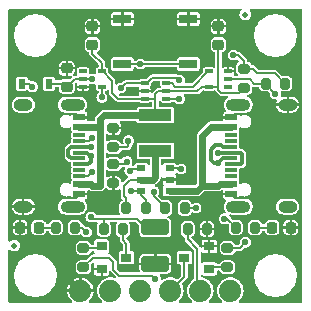
<source format=gtl>
%TF.GenerationSoftware,KiCad,Pcbnew,8.0.5*%
%TF.CreationDate,2024-09-30T11:30:18+01:00*%
%TF.ProjectId,Soft_Power_Switch_USB-C,536f6674-5f50-46f7-9765-725f53776974,v01*%
%TF.SameCoordinates,Original*%
%TF.FileFunction,Copper,L1,Top*%
%TF.FilePolarity,Positive*%
%FSLAX46Y46*%
G04 Gerber Fmt 4.6, Leading zero omitted, Abs format (unit mm)*
G04 Created by KiCad (PCBNEW 8.0.5) date 2024-09-30 11:30:18*
%MOMM*%
%LPD*%
G01*
G04 APERTURE LIST*
G04 Aperture macros list*
%AMRoundRect*
0 Rectangle with rounded corners*
0 $1 Rounding radius*
0 $2 $3 $4 $5 $6 $7 $8 $9 X,Y pos of 4 corners*
0 Add a 4 corners polygon primitive as box body*
4,1,4,$2,$3,$4,$5,$6,$7,$8,$9,$2,$3,0*
0 Add four circle primitives for the rounded corners*
1,1,$1+$1,$2,$3*
1,1,$1+$1,$4,$5*
1,1,$1+$1,$6,$7*
1,1,$1+$1,$8,$9*
0 Add four rect primitives between the rounded corners*
20,1,$1+$1,$2,$3,$4,$5,0*
20,1,$1+$1,$4,$5,$6,$7,0*
20,1,$1+$1,$6,$7,$8,$9,0*
20,1,$1+$1,$8,$9,$2,$3,0*%
G04 Aperture macros list end*
%TA.AperFunction,SMDPad,CuDef*%
%ADD10R,1.524000X0.762000*%
%TD*%
%TA.AperFunction,SMDPad,CuDef*%
%ADD11RoundRect,0.218750X0.218750X0.256250X-0.218750X0.256250X-0.218750X-0.256250X0.218750X-0.256250X0*%
%TD*%
%TA.AperFunction,SMDPad,CuDef*%
%ADD12RoundRect,0.218750X-0.218750X-0.256250X0.218750X-0.256250X0.218750X0.256250X-0.218750X0.256250X0*%
%TD*%
%TA.AperFunction,SMDPad,CuDef*%
%ADD13RoundRect,0.250000X-0.925000X0.412500X-0.925000X-0.412500X0.925000X-0.412500X0.925000X0.412500X0*%
%TD*%
%TA.AperFunction,SMDPad,CuDef*%
%ADD14R,0.800000X0.550000*%
%TD*%
%TA.AperFunction,SMDPad,CuDef*%
%ADD15R,0.700000X0.300000*%
%TD*%
%TA.AperFunction,ComponentPad*%
%ADD16C,1.879600*%
%TD*%
%TA.AperFunction,SMDPad,CuDef*%
%ADD17RoundRect,0.200000X-0.275000X0.200000X-0.275000X-0.200000X0.275000X-0.200000X0.275000X0.200000X0*%
%TD*%
%TA.AperFunction,SMDPad,CuDef*%
%ADD18RoundRect,0.200000X-0.200000X-0.275000X0.200000X-0.275000X0.200000X0.275000X-0.200000X0.275000X0*%
%TD*%
%TA.AperFunction,SMDPad,CuDef*%
%ADD19RoundRect,0.200000X0.275000X-0.200000X0.275000X0.200000X-0.275000X0.200000X-0.275000X-0.200000X0*%
%TD*%
%TA.AperFunction,SMDPad,CuDef*%
%ADD20C,0.500000*%
%TD*%
%TA.AperFunction,SMDPad,CuDef*%
%ADD21R,0.900000X0.800000*%
%TD*%
%TA.AperFunction,SMDPad,CuDef*%
%ADD22R,1.000000X0.300000*%
%TD*%
%TA.AperFunction,SMDPad,CuDef*%
%ADD23R,1.000000X0.600000*%
%TD*%
%TA.AperFunction,ComponentPad*%
%ADD24O,1.600000X1.000000*%
%TD*%
%TA.AperFunction,ComponentPad*%
%ADD25O,2.100000X1.000000*%
%TD*%
%TA.AperFunction,SMDPad,CuDef*%
%ADD26RoundRect,0.200000X0.200000X0.275000X-0.200000X0.275000X-0.200000X-0.275000X0.200000X-0.275000X0*%
%TD*%
%TA.AperFunction,SMDPad,CuDef*%
%ADD27RoundRect,0.225000X0.250000X-0.225000X0.250000X0.225000X-0.250000X0.225000X-0.250000X-0.225000X0*%
%TD*%
%TA.AperFunction,SMDPad,CuDef*%
%ADD28R,0.660000X0.300000*%
%TD*%
%TA.AperFunction,SMDPad,CuDef*%
%ADD29R,0.630000X0.830000*%
%TD*%
%TA.AperFunction,SMDPad,CuDef*%
%ADD30R,2.800000X1.000000*%
%TD*%
%TA.AperFunction,ViaPad*%
%ADD31C,0.560000*%
%TD*%
%TA.AperFunction,Conductor*%
%ADD32C,0.177800*%
%TD*%
%TA.AperFunction,Conductor*%
%ADD33C,0.558800*%
%TD*%
%TA.AperFunction,Conductor*%
%ADD34C,0.304800*%
%TD*%
G04 APERTURE END LIST*
D10*
%TO.P,SW1,1,1*%
%TO.N,GND*%
X9906000Y24257000D03*
X15494000Y24257000D03*
%TO.P,SW1,2,2*%
%TO.N,BTN*%
X9906000Y20447000D03*
X15494000Y20447000D03*
%TD*%
D11*
%TO.P,D3,1,K*%
%TO.N,GND*%
X24155500Y6604000D03*
%TO.P,D3,2,A*%
%TO.N,Net-(D3-A)*%
X22580500Y6604000D03*
%TD*%
D12*
%TO.P,D2,1,K*%
%TO.N,GND*%
X1244500Y6604000D03*
%TO.P,D2,2,A*%
%TO.N,Net-(D2-A)*%
X2819500Y6604000D03*
%TD*%
D13*
%TO.P,C2,1*%
%TO.N,Net-(C2-Pad1)*%
X12700000Y6617500D03*
%TO.P,C2,2*%
%TO.N,GND*%
X12700000Y3542500D03*
%TD*%
D14*
%TO.P,Q3,1,G*%
%TO.N,Net-(Q3A-G)*%
X11500000Y11618000D03*
%TO.P,Q3,2,1*%
%TO.N,Net-(Q3B-1)*%
X11500000Y10668000D03*
%TO.P,Q3,3,G*%
%TO.N,Net-(Q3A-D)*%
X11500000Y9718000D03*
%TO.P,Q3,4,D*%
%TO.N,VOUT*%
X13900000Y9718000D03*
%TO.P,Q3,5,S*%
%TO.N,GND*%
X13900000Y10668000D03*
%TO.P,Q3,6,D*%
%TO.N,Net-(Q3A-D)*%
X13900000Y11618000D03*
%TD*%
D15*
%TO.P,U2,1*%
%TO.N,N/C*%
X6566000Y19827000D03*
%TO.P,U2,2*%
%TO.N,BTN*%
X6566000Y19177000D03*
%TO.P,U2,3,GND*%
%TO.N,GND*%
X6566000Y18527000D03*
%TO.P,U2,4*%
%TO.N,Net-(U4-CLK)*%
X8166000Y18527000D03*
%TO.P,U2,5,VCC*%
%TO.N,VIN*%
X8166000Y19827000D03*
%TD*%
D16*
%TO.P,J3,1,Pin_1*%
%TO.N,VOUT*%
X19050000Y1270000D03*
%TO.P,J3,2,Pin_2*%
%TO.N,OFF*%
X16510000Y1270000D03*
%TO.P,J3,3,Pin_3*%
%TO.N,PUSH*%
X13970000Y1270000D03*
%TO.P,J3,4,Pin_4*%
%TO.N,BTN*%
X11430000Y1270000D03*
%TO.P,J3,5,Pin_5*%
%TO.N,VIN*%
X8890000Y1270000D03*
%TO.P,J3,6,Pin_6*%
%TO.N,GND*%
X6350000Y1270000D03*
%TD*%
D17*
%TO.P,R8,1*%
%TO.N,Net-(U4-CLK)*%
X18796000Y4889000D03*
%TO.P,R8,2*%
%TO.N,Net-(Q2-G)*%
X18796000Y3239000D03*
%TD*%
D18*
%TO.P,R4,1*%
%TO.N,Net-(JP2-A)*%
X19495000Y6604000D03*
%TO.P,R4,2*%
%TO.N,Net-(D3-A)*%
X21145000Y6604000D03*
%TD*%
D19*
%TO.P,R1,1*%
%TO.N,VIN*%
X20193000Y18416000D03*
%TO.P,R1,2*%
%TO.N,BTN*%
X20193000Y20066000D03*
%TD*%
D17*
%TO.P,R11,1*%
%TO.N,Net-(J1-CC2)*%
X9144000Y12001000D03*
%TO.P,R11,2*%
%TO.N,GND*%
X9144000Y10351000D03*
%TD*%
D20*
%TO.P,FID4,*%
%TO.N,*%
X762000Y5080000D03*
%TD*%
D21*
%TO.P,Q1,1,G*%
%TO.N,Net-(Q1-G)*%
X8144000Y5014000D03*
%TO.P,Q1,2,S*%
%TO.N,GND*%
X8144000Y3114000D03*
%TO.P,Q1,3,D*%
%TO.N,Net-(Q1-D)*%
X10244000Y4064000D03*
%TD*%
D20*
%TO.P,FID1,*%
%TO.N,*%
X20320000Y24638000D03*
%TD*%
D17*
%TO.P,R6,1*%
%TO.N,Net-(Q1-G)*%
X6604000Y4889000D03*
%TO.P,R6,2*%
%TO.N,OFF*%
X6604000Y3239000D03*
%TD*%
D22*
%TO.P,J2,A5,CC1*%
%TO.N,unconnected-(J2-CC1-PadA5)*%
X19136000Y11450000D03*
%TO.P,J2,A6,D+*%
%TO.N,Net-(J1-D+-PadA6)*%
X19136000Y12450000D03*
%TO.P,J2,A7,D-*%
%TO.N,Net-(J1-D--PadA7)*%
X19136000Y12950000D03*
%TO.P,J2,A8,NC*%
%TO.N,unconnected-(J2-NC-PadA8)*%
X19136000Y13950000D03*
%TO.P,J2,B5,CC2*%
%TO.N,unconnected-(J2-CC2-PadB5)*%
X19136000Y14450000D03*
%TO.P,J2,B6,D+*%
%TO.N,Net-(J1-D+-PadA6)*%
X19136000Y13450000D03*
%TO.P,J2,B7,D-*%
%TO.N,Net-(J1-D--PadA7)*%
X19136000Y11950000D03*
%TO.P,J2,B8,NC*%
%TO.N,unconnected-(J2-NC-PadB8)*%
X19136000Y10950000D03*
D23*
%TO.P,J2,GND,GND*%
%TO.N,GND*%
X19136000Y9475000D03*
X19136000Y15925000D03*
D24*
%TO.P,J2,NC1,NC*%
%TO.N,unconnected-(J2-NC-PadNC1)*%
X23891000Y8382000D03*
D25*
%TO.P,J2,NC2,NC*%
%TO.N,unconnected-(J2-NC-PadNC2)*%
X19711000Y8382000D03*
%TO.P,J2,NC3,NC*%
%TO.N,unconnected-(J2-NC-PadNC3)*%
X19711000Y17018000D03*
D24*
%TO.P,J2,S,SHIELD*%
%TO.N,GND*%
X23891000Y17018000D03*
D23*
%TO.P,J2,VBUS,VBUS*%
%TO.N,VOUT*%
X19136000Y10250000D03*
X19136000Y15150000D03*
%TD*%
D26*
%TO.P,R3,1*%
%TO.N,Net-(JP1-A)*%
X5905000Y6604000D03*
%TO.P,R3,2*%
%TO.N,Net-(D2-A)*%
X4255000Y6604000D03*
%TD*%
D27*
%TO.P,C4,1*%
%TO.N,VIN*%
X18034000Y22085000D03*
%TO.P,C4,2*%
%TO.N,GND*%
X18034000Y23635000D03*
%TD*%
D18*
%TO.P,R5,1*%
%TO.N,Net-(C2-Pad1)*%
X8319000Y6477000D03*
%TO.P,R5,2*%
%TO.N,Net-(Q1-D)*%
X9969000Y6477000D03*
%TD*%
D27*
%TO.P,C3,1*%
%TO.N,VIN*%
X7366000Y22085000D03*
%TO.P,C3,2*%
%TO.N,GND*%
X7366000Y23635000D03*
%TD*%
D28*
%TO.P,U4,1,CLK*%
%TO.N,Net-(U4-CLK)*%
X11780000Y18811000D03*
%TO.P,U4,2,GND*%
%TO.N,GND*%
X11780000Y18161000D03*
%TO.P,U4,3,D*%
%TO.N,VIN*%
X11780000Y17511000D03*
%TO.P,U4,4,Q*%
%TO.N,EN*%
X13620000Y17511000D03*
%TO.P,U4,5,VCC*%
%TO.N,VIN*%
X13620000Y18161000D03*
%TO.P,U4,6,~{CLR}*%
%TO.N,Net-(U4-~{CLR})*%
X13620000Y18811000D03*
%TD*%
D29*
%TO.P,D1,A,A*%
%TO.N,BTN*%
X3690000Y18796000D03*
%TO.P,D1,C,C*%
%TO.N,Net-(C2-Pad1)*%
X1390000Y18796000D03*
%TD*%
D18*
%TO.P,R7,1*%
%TO.N,OFF*%
X15431000Y6477000D03*
%TO.P,R7,2*%
%TO.N,GND*%
X17081000Y6477000D03*
%TD*%
D15*
%TO.P,U3,1*%
%TO.N,N/C*%
X18834000Y18527000D03*
%TO.P,U3,2*%
%TO.N,Net-(C2-Pad1)*%
X18834000Y19177000D03*
%TO.P,U3,3,GND*%
%TO.N,GND*%
X18834000Y19827000D03*
%TO.P,U3,4*%
%TO.N,Net-(U4-~{CLR})*%
X17234000Y19827000D03*
%TO.P,U3,5,VCC*%
%TO.N,VIN*%
X17234000Y18527000D03*
%TD*%
D18*
%TO.P,R2,1*%
%TO.N,Net-(C2-Pad1)*%
X22035000Y18796000D03*
%TO.P,R2,2*%
%TO.N,BTN*%
X23685000Y18796000D03*
%TD*%
D22*
%TO.P,J1,A5,CC1*%
%TO.N,Net-(J1-CC1)*%
X6264000Y13950000D03*
%TO.P,J1,A6,D+*%
%TO.N,Net-(J1-D+-PadA6)*%
X6264000Y12950000D03*
%TO.P,J1,A7,D-*%
%TO.N,Net-(J1-D--PadA7)*%
X6264000Y12450000D03*
%TO.P,J1,A8,NC*%
%TO.N,unconnected-(J1-NC-PadA8)*%
X6264000Y11450000D03*
%TO.P,J1,B5,CC2*%
%TO.N,Net-(J1-CC2)*%
X6264000Y10950000D03*
%TO.P,J1,B6,D+*%
%TO.N,Net-(J1-D+-PadA6)*%
X6264000Y11950000D03*
%TO.P,J1,B7,D-*%
%TO.N,Net-(J1-D--PadA7)*%
X6264000Y13450000D03*
%TO.P,J1,B8,NC*%
%TO.N,unconnected-(J1-NC-PadB8)*%
X6264000Y14450000D03*
D23*
%TO.P,J1,GND,GND*%
%TO.N,GND*%
X6264000Y15925000D03*
X6264000Y9475000D03*
D24*
%TO.P,J1,NC1,NC*%
%TO.N,unconnected-(J1-NC-PadNC1)*%
X1509000Y17018000D03*
D25*
%TO.P,J1,NC2,NC*%
%TO.N,unconnected-(J1-NC-PadNC2)*%
X5689000Y17018000D03*
%TO.P,J1,NC3,NC*%
%TO.N,unconnected-(J1-NC-PadNC3)*%
X5689000Y8382000D03*
D24*
%TO.P,J1,S,SHIELD*%
%TO.N,GND*%
X1509000Y8382000D03*
D23*
%TO.P,J1,VBUS,VBUS*%
%TO.N,VIN*%
X6264000Y15150000D03*
X6264000Y10250000D03*
%TD*%
D19*
%TO.P,R12,1*%
%TO.N,Net-(J1-CC1)*%
X9144000Y13399000D03*
%TO.P,R12,2*%
%TO.N,GND*%
X9144000Y15049000D03*
%TD*%
D18*
%TO.P,R9,1*%
%TO.N,Net-(Q3A-G)*%
X13526000Y8255000D03*
%TO.P,R9,2*%
%TO.N,EN*%
X15176000Y8255000D03*
%TD*%
D27*
%TO.P,C1,1*%
%TO.N,BTN*%
X5207000Y18529000D03*
%TO.P,C1,2*%
%TO.N,GND*%
X5207000Y20079000D03*
%TD*%
D26*
%TO.P,R10,1*%
%TO.N,Net-(Q3A-D)*%
X11874000Y8255000D03*
%TO.P,R10,2*%
%TO.N,Net-(Q3B-1)*%
X10224000Y8255000D03*
%TD*%
D30*
%TO.P,F1,1*%
%TO.N,Net-(Q3B-1)*%
X12700000Y13105000D03*
%TO.P,F1,2*%
%TO.N,VIN*%
X12700000Y16105000D03*
%TD*%
D21*
%TO.P,Q2,1,G*%
%TO.N,Net-(Q2-G)*%
X17256000Y3114000D03*
%TO.P,Q2,2,S*%
%TO.N,GND*%
X17256000Y5014000D03*
%TO.P,Q2,3,D*%
%TO.N,PUSH*%
X15156000Y4064000D03*
%TD*%
D31*
%TO.N,GND*%
X15138400Y10464800D03*
X12700000Y22987000D03*
X5461000Y21082000D03*
X18669000Y20687700D03*
X20320000Y4064000D03*
X22860000Y12700000D03*
X10414000Y14986000D03*
X10287000Y16989700D03*
X18034000Y24638000D03*
X4191000Y12700000D03*
X24257000Y5080000D03*
X12700000Y4699000D03*
X16510000Y7493000D03*
X21082000Y9144000D03*
X2540000Y12700000D03*
X4318000Y9144000D03*
X10668000Y18161000D03*
X18034000Y16256000D03*
X5080000Y2540000D03*
X7366000Y24638000D03*
X4318000Y16256000D03*
X21082000Y16256000D03*
X8890000Y9144000D03*
X14732000Y14732000D03*
%TO.N,BTN*%
X11430000Y20447000D03*
X19304000Y21209000D03*
X7366000Y19177000D03*
%TO.N,Net-(C2-Pad1)*%
X22860000Y17907000D03*
X2286000Y18542000D03*
X7239000Y7493000D03*
%TO.N,VOUT*%
X18034000Y10160000D03*
X16637000Y10160000D03*
%TO.N,Net-(JP1-A)*%
X6858000Y6223000D03*
%TO.N,Net-(JP2-A)*%
X18542000Y7366000D03*
%TO.N,Net-(U4-CLK)*%
X14732000Y19063300D03*
X9765700Y18415000D03*
X20320000Y5347300D03*
X8166000Y17615000D03*
%TO.N,OFF*%
X12700000Y2286000D03*
%TO.N,VIN*%
X7366000Y10160000D03*
X8046003Y10160000D03*
%TO.N,Net-(Q3A-G)*%
X10541000Y11430000D03*
X12573000Y9652000D03*
%TO.N,Net-(Q3A-D)*%
X14859000Y11557000D03*
X10604500Y9715500D03*
%TO.N,EN*%
X14732000Y17526000D03*
X16129000Y8255000D03*
%TO.N,Net-(J1-CC1)*%
X7334203Y14224000D03*
X10414000Y13970000D03*
%TO.N,Net-(J1-D+-PadA6)*%
X18034000Y12065000D03*
X7239000Y12700000D03*
%TO.N,Net-(J1-D--PadA7)*%
X18034000Y12954000D03*
X7239543Y13460519D03*
%TO.N,Net-(J1-CC2)*%
X7334203Y11316300D03*
X10287000Y12192000D03*
%TD*%
D32*
%TO.N,GND*%
X19136000Y15925000D02*
X19467000Y16256000D01*
X6264000Y15925000D02*
X5933000Y16256000D01*
X5933000Y9144000D02*
X4318000Y9144000D01*
X19467000Y9144000D02*
X21082000Y9144000D01*
X19136000Y9475000D02*
X19467000Y9144000D01*
X5933000Y16256000D02*
X4318000Y16256000D01*
X6264000Y9475000D02*
X5933000Y9144000D01*
D33*
X6350000Y1270000D02*
X5080000Y2540000D01*
D32*
X19467000Y16256000D02*
X21082000Y16256000D01*
%TO.N,BTN*%
X19685000Y21209000D02*
X19304000Y21209000D01*
X20193000Y20066000D02*
X20193000Y20701000D01*
X20193000Y20701000D02*
X19685000Y21209000D01*
X20955000Y20066000D02*
X20193000Y20066000D01*
X22796000Y19685000D02*
X21336000Y19685000D01*
X5207000Y18529000D02*
X5855000Y19177000D01*
X15494000Y20447000D02*
X11430000Y20447000D01*
X4940000Y18796000D02*
X5207000Y18529000D01*
X3690000Y18796000D02*
X4940000Y18796000D01*
X5855000Y19177000D02*
X6566000Y19177000D01*
X23685000Y18796000D02*
X22796000Y19685000D01*
X7366000Y19177000D02*
X6566000Y19177000D01*
X21336000Y19685000D02*
X20955000Y20066000D01*
X11430000Y20447000D02*
X9906000Y20447000D01*
%TO.N,Net-(C2-Pad1)*%
X20701000Y19177000D02*
X21082000Y18796000D01*
X8319000Y7302000D02*
X8255000Y7366000D01*
X11987000Y6555000D02*
X11176000Y7366000D01*
X8319000Y6477000D02*
X8319000Y7302000D01*
X18834000Y19177000D02*
X20701000Y19177000D01*
X21082000Y18796000D02*
X22035000Y18796000D01*
X22860000Y17907000D02*
X22035000Y18732000D01*
X12700000Y6555000D02*
X11987000Y6555000D01*
X22035000Y18732000D02*
X22035000Y18796000D01*
X7366000Y7366000D02*
X8255000Y7366000D01*
X7239000Y7493000D02*
X7366000Y7366000D01*
X2032000Y18796000D02*
X1390000Y18796000D01*
X2286000Y18542000D02*
X2032000Y18796000D01*
X11176000Y7366000D02*
X8255000Y7366000D01*
%TO.N,Net-(D2-A)*%
X2819500Y6604000D02*
X4255000Y6604000D01*
%TO.N,Net-(D3-A)*%
X22580500Y6604000D02*
X21145000Y6604000D01*
D33*
%TO.N,VOUT*%
X19136000Y10250000D02*
X18124000Y10250000D01*
X18124000Y10250000D02*
X18034000Y10160000D01*
X16195000Y9718000D02*
X13900000Y9718000D01*
X16637000Y10160000D02*
X16195000Y9718000D01*
X16637000Y14351000D02*
X17436000Y15150000D01*
X18034000Y10160000D02*
X16637000Y10160000D01*
X16637000Y10160000D02*
X16637000Y14351000D01*
X17436000Y15150000D02*
X19136000Y15150000D01*
D32*
%TO.N,Net-(JP1-A)*%
X6858000Y6223000D02*
X6477000Y6604000D01*
X6477000Y6604000D02*
X5905000Y6604000D01*
%TO.N,Net-(JP2-A)*%
X18796000Y7366000D02*
X19495000Y6667000D01*
X19495000Y6667000D02*
X19495000Y6604000D01*
X18542000Y7366000D02*
X18796000Y7366000D01*
%TO.N,Net-(Q1-G)*%
X8019000Y4889000D02*
X8144000Y5014000D01*
X6604000Y4889000D02*
X8019000Y4889000D01*
%TO.N,Net-(Q1-D)*%
X9969000Y6477000D02*
X9969000Y5525000D01*
X9969000Y5525000D02*
X10244000Y5250000D01*
X10244000Y5250000D02*
X10244000Y4064000D01*
%TO.N,Net-(U4-CLK)*%
X11953000Y18811000D02*
X11780000Y18811000D01*
X12446000Y19304000D02*
X11953000Y18811000D01*
X10175000Y18811000D02*
X9779000Y18415000D01*
X14732000Y19063300D02*
X14491300Y19304000D01*
X11780000Y18811000D02*
X10175000Y18811000D01*
X8166000Y17615000D02*
X8166000Y18527000D01*
X9779000Y18415000D02*
X9765700Y18415000D01*
X20320000Y5347300D02*
X19861700Y4889000D01*
X19861700Y4889000D02*
X18796000Y4889000D01*
X14491300Y19304000D02*
X12446000Y19304000D01*
%TO.N,Net-(U4-~{CLR})*%
X14351000Y18542000D02*
X15875000Y18542000D01*
X15875000Y18542000D02*
X17160000Y19827000D01*
X14082000Y18811000D02*
X14351000Y18542000D01*
X13620000Y18811000D02*
X14082000Y18811000D01*
X17160000Y19827000D02*
X17234000Y19827000D01*
D33*
%TO.N,Net-(Q3B-1)*%
X12700000Y10909200D02*
X12458800Y10668000D01*
X12700000Y13105000D02*
X12700000Y10909200D01*
D32*
X10541000Y10668000D02*
X10033000Y10160000D01*
D33*
X12458800Y10668000D02*
X11500000Y10668000D01*
D32*
X10033000Y9271000D02*
X10224000Y9080000D01*
X10224000Y9080000D02*
X10224000Y8255000D01*
X11500000Y10668000D02*
X10541000Y10668000D01*
X10033000Y10160000D02*
X10033000Y9271000D01*
%TO.N,Net-(Q2-G)*%
X18796000Y3239000D02*
X17381000Y3239000D01*
X17381000Y3239000D02*
X17256000Y3114000D01*
%TO.N,OFF*%
X9144000Y3048000D02*
X9144000Y3683000D01*
X8763000Y4064000D02*
X7429000Y4064000D01*
X16256000Y4826000D02*
X15431000Y5651000D01*
X16256000Y1905000D02*
X16256000Y4826000D01*
X16510000Y1270000D02*
X16510000Y1651000D01*
X15431000Y5651000D02*
X15431000Y6477000D01*
X7429000Y4064000D02*
X6604000Y3239000D01*
X9144000Y3683000D02*
X8763000Y4064000D01*
X12446000Y2540000D02*
X9652000Y2540000D01*
X16510000Y1651000D02*
X16256000Y1905000D01*
X12700000Y2286000D02*
X12446000Y2540000D01*
X9652000Y2540000D02*
X9144000Y3048000D01*
%TO.N,VIN*%
X16256000Y18161000D02*
X16622000Y18527000D01*
X18034000Y22085000D02*
X18034000Y18542000D01*
D33*
X6264000Y10250000D02*
X7276000Y10250000D01*
D32*
X20193000Y18416000D02*
X19811000Y18034000D01*
X12954000Y18161000D02*
X13620000Y18161000D01*
X9017000Y19050000D02*
X8240000Y19827000D01*
X19811000Y18034000D02*
X18288000Y18034000D01*
D33*
X8358000Y16105000D02*
X8009003Y15756003D01*
X8009003Y15756003D02*
X8009003Y15150000D01*
D32*
X7366000Y21336000D02*
X8166000Y20536000D01*
X9017000Y18034000D02*
X9017000Y19050000D01*
X11795000Y17526000D02*
X12700000Y17526000D01*
X18034000Y18288000D02*
X18034000Y18512000D01*
X11780000Y17511000D02*
X11795000Y17526000D01*
X8166000Y20536000D02*
X8166000Y19827000D01*
X11780000Y17511000D02*
X9540000Y17511000D01*
D33*
X7366000Y10160000D02*
X8046003Y10160000D01*
D32*
X7366000Y22085000D02*
X7366000Y21336000D01*
X12700000Y17907000D02*
X12954000Y18161000D01*
X18034000Y18512000D02*
X18019000Y18527000D01*
X9540000Y17511000D02*
X9017000Y18034000D01*
X16622000Y18527000D02*
X17234000Y18527000D01*
X12700000Y16105000D02*
X12700000Y17907000D01*
X18034000Y18542000D02*
X18019000Y18527000D01*
X13620000Y18161000D02*
X16256000Y18161000D01*
D33*
X8009003Y15150000D02*
X8046003Y15113000D01*
D32*
X18019000Y18527000D02*
X17234000Y18527000D01*
X18288000Y18034000D02*
X18034000Y18288000D01*
X8240000Y19827000D02*
X8166000Y19827000D01*
D33*
X6264000Y15150000D02*
X8009003Y15150000D01*
X12700000Y16105000D02*
X8358000Y16105000D01*
X8046003Y15113000D02*
X8046003Y10160000D01*
X7276000Y10250000D02*
X7366000Y10160000D01*
D32*
%TO.N,PUSH*%
X15156000Y2456000D02*
X15156000Y4064000D01*
X13970000Y1270000D02*
X15156000Y2456000D01*
%TO.N,Net-(Q3A-G)*%
X13526000Y8318000D02*
X13526000Y8255000D01*
X12573000Y9271000D02*
X13526000Y8318000D01*
X10541000Y11430000D02*
X10668000Y11557000D01*
X12573000Y9652000D02*
X12573000Y9271000D01*
X10668000Y11557000D02*
X11439000Y11557000D01*
X11439000Y11557000D02*
X11500000Y11618000D01*
%TO.N,Net-(Q3A-D)*%
X14539000Y11618000D02*
X13900000Y11618000D01*
X11500000Y9328000D02*
X11874000Y8954000D01*
X14600000Y11557000D02*
X14539000Y11618000D01*
X11497500Y9715500D02*
X11500000Y9718000D01*
X10604500Y9715500D02*
X11497500Y9715500D01*
X11874000Y8954000D02*
X11874000Y8255000D01*
X11500000Y9718000D02*
X11500000Y9328000D01*
X14859000Y11557000D02*
X14600000Y11557000D01*
%TO.N,EN*%
X13985000Y17511000D02*
X13620000Y17511000D01*
X15176000Y8255000D02*
X16129000Y8255000D01*
X14732000Y17526000D02*
X14000000Y17526000D01*
X14000000Y17526000D02*
X13985000Y17511000D01*
%TO.N,Net-(J1-CC1)*%
X10414000Y13525000D02*
X10288000Y13399000D01*
X7334203Y14224000D02*
X7060203Y13950000D01*
X7060203Y13950000D02*
X6264000Y13950000D01*
X10288000Y13399000D02*
X9144000Y13399000D01*
X9144000Y13399000D02*
X9048500Y13399000D01*
X10414000Y13970000D02*
X10414000Y13525000D01*
D34*
%TO.N,Net-(J1-D+-PadA6)*%
X6264000Y11950000D02*
X6997000Y11950000D01*
X17399000Y13208000D02*
X17399000Y12319000D01*
X18427000Y13450000D02*
X18288000Y13589000D01*
X18288000Y13589000D02*
X17780000Y13589000D01*
X19136000Y13450000D02*
X18427000Y13450000D01*
X6923029Y12950000D02*
X7173029Y12700000D01*
X19136000Y12450000D02*
X18419000Y12450000D01*
X17780000Y13589000D02*
X17399000Y13208000D01*
X17399000Y12319000D02*
X17653000Y12065000D01*
X6264000Y12950000D02*
X6923029Y12950000D01*
X18419000Y12450000D02*
X18034000Y12065000D01*
X17653000Y12065000D02*
X18034000Y12065000D01*
X6997000Y11950000D02*
X7239000Y12192000D01*
X7239000Y12192000D02*
X7239000Y12700000D01*
X7173029Y12700000D02*
X7239000Y12700000D01*
%TO.N,Net-(J1-D--PadA7)*%
X19943000Y12950000D02*
X20066000Y12827000D01*
X6274519Y13460519D02*
X6264000Y13450000D01*
X7239543Y13460519D02*
X6274519Y13460519D01*
X19136000Y12950000D02*
X19943000Y12950000D01*
X5576000Y13450000D02*
X6264000Y13450000D01*
X5584000Y12450000D02*
X5334000Y12700000D01*
X5334000Y12700000D02*
X5334000Y13208000D01*
X20066000Y12827000D02*
X20066000Y12089000D01*
X6264000Y12450000D02*
X5584000Y12450000D01*
X18038000Y12950000D02*
X18034000Y12954000D01*
X5334000Y13208000D02*
X5576000Y13450000D01*
X19136000Y12950000D02*
X18038000Y12950000D01*
X19927000Y11950000D02*
X19136000Y11950000D01*
X20066000Y12089000D02*
X19927000Y11950000D01*
D32*
%TO.N,Net-(J1-CC2)*%
X10096000Y12001000D02*
X9144000Y12001000D01*
X7334203Y11316300D02*
X6967903Y10950000D01*
X6967903Y10950000D02*
X6264000Y10950000D01*
X10287000Y12192000D02*
X10096000Y12001000D01*
X9144000Y12001000D02*
X9080000Y12001000D01*
%TD*%
%TA.AperFunction,Conductor*%
%TO.N,GND*%
G36*
X5565635Y9296369D02*
G01*
X5586200Y9239868D01*
X5586200Y9157486D01*
X5586268Y9156804D01*
X5586200Y9156543D01*
X5586201Y9153173D01*
X5585336Y9153173D01*
X5571332Y9098561D01*
X5522453Y9063545D01*
X5498790Y9060300D01*
X5252309Y9060300D01*
X5195808Y9080865D01*
X5165744Y9132936D01*
X5176185Y9192150D01*
X5222245Y9230799D01*
X5229559Y9233105D01*
X5234765Y9234500D01*
X5234766Y9234500D01*
X5381135Y9273719D01*
X5454350Y9315991D01*
X5513563Y9326432D01*
X5565635Y9296369D01*
G37*
%TD.AperFunction*%
%TA.AperFunction,Conductor*%
G36*
X19945648Y9315991D02*
G01*
X19945649Y9315990D01*
X20016568Y9275045D01*
X20018865Y9273719D01*
X20165234Y9234500D01*
X20165235Y9234500D01*
X20170441Y9233105D01*
X20219694Y9198618D01*
X20235257Y9140539D01*
X20209846Y9086046D01*
X20155352Y9060635D01*
X20147691Y9060300D01*
X19901211Y9060300D01*
X19844710Y9080865D01*
X19814646Y9132936D01*
X19813872Y9153171D01*
X19813800Y9153170D01*
X19813799Y9155054D01*
X19813733Y9156805D01*
X19813799Y9157486D01*
X19813799Y9239866D01*
X19834363Y9296367D01*
X19886434Y9326431D01*
X19945648Y9315991D01*
G37*
%TD.AperFunction*%
%TA.AperFunction,Conductor*%
G36*
X5555290Y16319135D02*
G01*
X5585354Y16267064D01*
X5586128Y16246829D01*
X5586200Y16246829D01*
X5586200Y16244947D01*
X5586267Y16243195D01*
X5586200Y16242514D01*
X5586200Y16160134D01*
X5565635Y16103633D01*
X5513564Y16073569D01*
X5454350Y16084010D01*
X5381133Y16126282D01*
X5254792Y16160134D01*
X5234766Y16165500D01*
X5234765Y16165500D01*
X5229559Y16166895D01*
X5180306Y16201382D01*
X5164743Y16259461D01*
X5190154Y16313954D01*
X5244648Y16339365D01*
X5252309Y16339700D01*
X5498789Y16339700D01*
X5555290Y16319135D01*
G37*
%TD.AperFunction*%
%TA.AperFunction,Conductor*%
G36*
X20204192Y16319135D02*
G01*
X20234256Y16267064D01*
X20223815Y16207850D01*
X20177755Y16169201D01*
X20170441Y16166895D01*
X20165235Y16165500D01*
X20165234Y16165500D01*
X20145208Y16160134D01*
X20018866Y16126282D01*
X19945649Y16084010D01*
X19886435Y16073569D01*
X19834363Y16103633D01*
X19813799Y16160134D01*
X19813799Y16242510D01*
X19813733Y16243179D01*
X19813799Y16243437D01*
X19813799Y16246828D01*
X19814668Y16246828D01*
X19828657Y16301425D01*
X19877529Y16336450D01*
X19901209Y16339700D01*
X20147691Y16339700D01*
X20204192Y16319135D01*
G37*
%TD.AperFunction*%
%TA.AperFunction,Conductor*%
G36*
X13080301Y19016235D02*
G01*
X13110365Y18964164D01*
X13111700Y18948900D01*
X13111700Y18643437D01*
X13111701Y18643435D01*
X13122043Y18591435D01*
X13122045Y18591431D01*
X13139749Y18564934D01*
X13154040Y18506530D01*
X13127447Y18452604D01*
X13072411Y18428388D01*
X13066663Y18428200D01*
X13007149Y18428200D01*
X12900851Y18428200D01*
X12868976Y18414997D01*
X12802644Y18387522D01*
X12548643Y18133521D01*
X12548642Y18133522D01*
X12473480Y18058359D01*
X12473478Y18058357D01*
X12456909Y18018353D01*
X12416288Y17974023D01*
X12356675Y17966175D01*
X12305964Y17998481D01*
X12287800Y18051991D01*
X12287800Y18072099D01*
X12287799Y18072100D01*
X11272202Y18072100D01*
X11272201Y18072099D01*
X11272201Y17993492D01*
X11282516Y17941625D01*
X11300350Y17914936D01*
X11314643Y17856533D01*
X11288050Y17802606D01*
X11233016Y17778388D01*
X11227265Y17778200D01*
X9687088Y17778200D01*
X9630587Y17798765D01*
X9624933Y17803945D01*
X9620700Y17808178D01*
X9595289Y17862672D01*
X9610852Y17920750D01*
X9660105Y17955238D01*
X9695362Y17957339D01*
X9699805Y17956701D01*
X9699806Y17956700D01*
X9699807Y17956700D01*
X9831593Y17956700D01*
X9831594Y17956700D01*
X9831596Y17956701D01*
X9831598Y17956701D01*
X9859602Y17964924D01*
X9958043Y17993829D01*
X10068909Y18065078D01*
X10155211Y18164676D01*
X10209958Y18284554D01*
X10220724Y18359435D01*
X10228713Y18414997D01*
X10228713Y18414998D01*
X10228713Y18415000D01*
X10225944Y18434255D01*
X10238256Y18493104D01*
X10250795Y18508918D01*
X10259939Y18518061D01*
X10314436Y18543466D01*
X10322087Y18543800D01*
X11227265Y18543800D01*
X11283766Y18523235D01*
X11313830Y18471164D01*
X11303389Y18411950D01*
X11300350Y18407064D01*
X11282516Y18380376D01*
X11272200Y18328513D01*
X11272200Y18249901D01*
X11272201Y18249900D01*
X12287798Y18249900D01*
X12287799Y18249901D01*
X12287799Y18328509D01*
X12277483Y18380376D01*
X12239838Y18436714D01*
X12225545Y18495118D01*
X12239835Y18534382D01*
X12277955Y18591431D01*
X12288300Y18643439D01*
X12288299Y18732013D01*
X12308863Y18788513D01*
X12314045Y18794168D01*
X12530934Y19011055D01*
X12585427Y19036466D01*
X12593088Y19036800D01*
X13023800Y19036800D01*
X13080301Y19016235D01*
G37*
%TD.AperFunction*%
%TA.AperFunction,Conductor*%
G36*
X19961521Y25124935D02*
G01*
X19991585Y25072864D01*
X19981144Y25013650D01*
X19971451Y25000038D01*
X19894622Y24911372D01*
X19834835Y24780457D01*
X19834833Y24780451D01*
X19814353Y24638004D01*
X19814353Y24637997D01*
X19834833Y24495550D01*
X19834834Y24495545D01*
X19834835Y24495543D01*
X19894623Y24364627D01*
X19988872Y24255857D01*
X19988874Y24255856D01*
X19988875Y24255855D01*
X20091445Y24189937D01*
X20109947Y24178047D01*
X20248039Y24137500D01*
X20248040Y24137500D01*
X20391960Y24137500D01*
X20391961Y24137500D01*
X20530053Y24178047D01*
X20651128Y24255857D01*
X20745377Y24364627D01*
X20805165Y24495543D01*
X20815670Y24568608D01*
X20825647Y24637997D01*
X20825647Y24638004D01*
X20805166Y24780451D01*
X20805165Y24780452D01*
X20805165Y24780457D01*
X20745377Y24911373D01*
X20668549Y25000038D01*
X20647091Y25056206D01*
X20666757Y25113026D01*
X20718346Y25143912D01*
X20734980Y25145500D01*
X25057600Y25145500D01*
X25114101Y25124935D01*
X25144165Y25072864D01*
X25145500Y25057600D01*
X25145500Y342400D01*
X25124935Y285899D01*
X25072864Y255835D01*
X25057600Y254500D01*
X19822598Y254500D01*
X19766097Y275065D01*
X19736033Y327136D01*
X19746474Y386350D01*
X19763380Y407359D01*
X19787057Y428945D01*
X19879826Y513514D01*
X20004700Y678875D01*
X20097064Y864365D01*
X20153771Y1063670D01*
X20172890Y1270000D01*
X20153771Y1476330D01*
X20136352Y1537550D01*
X20123728Y1581920D01*
X20097064Y1675635D01*
X20004700Y1861125D01*
X19879826Y2026486D01*
X19754265Y2140950D01*
X19726694Y2166085D01*
X19726685Y2166091D01*
X19550517Y2275169D01*
X19550511Y2275172D01*
X19357296Y2350023D01*
X19357284Y2350027D01*
X19153609Y2388100D01*
X19153607Y2388100D01*
X18946393Y2388100D01*
X18946390Y2388100D01*
X18742715Y2350027D01*
X18742703Y2350023D01*
X18549488Y2275172D01*
X18549482Y2275169D01*
X18373314Y2166091D01*
X18373305Y2166085D01*
X18220173Y2026485D01*
X18095302Y1861129D01*
X18095300Y1861126D01*
X18095300Y1861125D01*
X18028763Y1727501D01*
X18002936Y1675634D01*
X18002934Y1675629D01*
X17946229Y1476335D01*
X17946229Y1476334D01*
X17927110Y1270001D01*
X17927110Y1270000D01*
X17946229Y1063667D01*
X17946229Y1063666D01*
X17986619Y921714D01*
X18002936Y864365D01*
X18095300Y678875D01*
X18220174Y513514D01*
X18299441Y441252D01*
X18336620Y407359D01*
X18364520Y354097D01*
X18351657Y295362D01*
X18304049Y258636D01*
X18277402Y254500D01*
X17282598Y254500D01*
X17226097Y275065D01*
X17196033Y327136D01*
X17206474Y386350D01*
X17223380Y407359D01*
X17247057Y428945D01*
X17339826Y513514D01*
X17464700Y678875D01*
X17557064Y864365D01*
X17613771Y1063670D01*
X17632890Y1270000D01*
X17613771Y1476330D01*
X17596352Y1537550D01*
X17583728Y1581920D01*
X17557064Y1675635D01*
X17464700Y1861125D01*
X17339826Y2026486D01*
X17214265Y2140950D01*
X17186694Y2166085D01*
X17186685Y2166091D01*
X17010517Y2275169D01*
X17010511Y2275172D01*
X16817296Y2350023D01*
X16817284Y2350027D01*
X16613609Y2388100D01*
X16613607Y2388100D01*
X16611100Y2388100D01*
X16610243Y2388412D01*
X16609560Y2388475D01*
X16609576Y2388655D01*
X16554599Y2408665D01*
X16524535Y2460736D01*
X16523200Y2476000D01*
X16523200Y2527497D01*
X16543765Y2583998D01*
X16595836Y2614062D01*
X16655050Y2603621D01*
X16673255Y2589652D01*
X16677450Y2585457D01*
X16677453Y2585453D01*
X16736431Y2546045D01*
X16788439Y2535700D01*
X17723560Y2535701D01*
X17723563Y2535701D01*
X17723565Y2535702D01*
X17775565Y2546044D01*
X17775566Y2546044D01*
X17775566Y2546045D01*
X17775569Y2546045D01*
X17834547Y2585453D01*
X17873955Y2644431D01*
X17876657Y2658013D01*
X21059500Y2658013D01*
X21059500Y2421988D01*
X21090307Y2187986D01*
X21090310Y2187974D01*
X21131118Y2035676D01*
X21151394Y1960007D01*
X21161306Y1936078D01*
X21241713Y1741957D01*
X21241714Y1741955D01*
X21241716Y1741951D01*
X21320390Y1605684D01*
X21359728Y1537548D01*
X21406769Y1476243D01*
X21503408Y1350301D01*
X21670301Y1183408D01*
X21670304Y1183406D01*
X21826350Y1063667D01*
X21857550Y1039727D01*
X22061951Y921716D01*
X22280007Y831394D01*
X22507986Y770307D01*
X22687541Y746669D01*
X22741987Y739500D01*
X22741989Y739500D01*
X22978013Y739500D01*
X23026784Y745922D01*
X23212014Y770307D01*
X23439993Y831394D01*
X23658049Y921716D01*
X23862450Y1039727D01*
X24049699Y1183408D01*
X24216592Y1350301D01*
X24360273Y1537550D01*
X24478284Y1741951D01*
X24568606Y1960007D01*
X24629693Y2187986D01*
X24658746Y2408665D01*
X24660500Y2421988D01*
X24660500Y2658013D01*
X24646214Y2766521D01*
X24629693Y2892014D01*
X24568606Y3119993D01*
X24478284Y3338049D01*
X24360273Y3542450D01*
X24355677Y3548439D01*
X24268646Y3661861D01*
X24216592Y3729699D01*
X24049699Y3896592D01*
X24028208Y3913082D01*
X23862452Y4040272D01*
X23660004Y4157155D01*
X23658049Y4158284D01*
X23658047Y4158285D01*
X23658045Y4158286D01*
X23658043Y4158287D01*
X23556059Y4200530D01*
X23439993Y4248606D01*
X23439986Y4248608D01*
X23212026Y4309690D01*
X23212014Y4309693D01*
X22978013Y4340500D01*
X22978011Y4340500D01*
X22741989Y4340500D01*
X22741987Y4340500D01*
X22507985Y4309693D01*
X22507973Y4309690D01*
X22280013Y4248608D01*
X22280009Y4248607D01*
X22280007Y4248606D01*
X22280005Y4248605D01*
X22061956Y4158287D01*
X22061954Y4158286D01*
X21857547Y4040272D01*
X21670304Y3896595D01*
X21503405Y3729696D01*
X21359728Y3542453D01*
X21241714Y3338046D01*
X21241713Y3338044D01*
X21185735Y3202900D01*
X21155649Y3130264D01*
X21151395Y3119995D01*
X21151392Y3119987D01*
X21090310Y2892027D01*
X21090307Y2892015D01*
X21059500Y2658013D01*
X17876657Y2658013D01*
X17884300Y2696439D01*
X17884300Y2883900D01*
X17904865Y2940401D01*
X17956936Y2970465D01*
X17972200Y2971800D01*
X18077896Y2971800D01*
X18134397Y2951235D01*
X18156863Y2922507D01*
X18183284Y2868462D01*
X18208862Y2816142D01*
X18208863Y2816141D01*
X18208864Y2816139D01*
X18298139Y2726864D01*
X18298140Y2726864D01*
X18298142Y2726862D01*
X18398942Y2677584D01*
X18411565Y2671413D01*
X18485096Y2660700D01*
X18485100Y2660700D01*
X19106899Y2660700D01*
X19106904Y2660700D01*
X19180435Y2671413D01*
X19293861Y2726864D01*
X19383136Y2816139D01*
X19438587Y2929565D01*
X19449300Y3003096D01*
X19449300Y3474904D01*
X19438587Y3548435D01*
X19424646Y3576951D01*
X19383138Y3661858D01*
X19383136Y3661860D01*
X19383136Y3661861D01*
X19293861Y3751136D01*
X19293859Y3751137D01*
X19293857Y3751139D01*
X19180440Y3806585D01*
X19180438Y3806586D01*
X19180436Y3806587D01*
X19180435Y3806587D01*
X19106904Y3817300D01*
X18485096Y3817300D01*
X18411565Y3806587D01*
X18411563Y3806587D01*
X18411561Y3806586D01*
X18411559Y3806585D01*
X18298142Y3751139D01*
X18208862Y3661859D01*
X18184946Y3612937D01*
X18156863Y3555494D01*
X18113575Y3513767D01*
X18077896Y3506200D01*
X17961483Y3506200D01*
X17904982Y3526765D01*
X17875272Y3576951D01*
X17873955Y3583568D01*
X17873955Y3583569D01*
X17834547Y3642547D01*
X17775569Y3681955D01*
X17723561Y3692300D01*
X17723559Y3692300D01*
X16788436Y3692300D01*
X16788434Y3692299D01*
X16736434Y3681957D01*
X16736433Y3681957D01*
X16677454Y3642548D01*
X16673255Y3638348D01*
X16618761Y3612937D01*
X16560683Y3628500D01*
X16526195Y3677753D01*
X16523200Y3700503D01*
X16523200Y4428219D01*
X16543765Y4484720D01*
X16595836Y4514784D01*
X16655050Y4504343D01*
X16673255Y4490374D01*
X16677817Y4485812D01*
X16736624Y4446517D01*
X16788486Y4436201D01*
X17167100Y4436201D01*
X17167100Y4925099D01*
X17344900Y4925099D01*
X17344900Y4436202D01*
X17344901Y4436201D01*
X17723509Y4436201D01*
X17775375Y4446517D01*
X17834182Y4485812D01*
X17834188Y4485818D01*
X17873483Y4544625D01*
X17883800Y4596488D01*
X17883800Y4925099D01*
X17883799Y4925100D01*
X17344901Y4925100D01*
X17344900Y4925099D01*
X17167100Y4925099D01*
X17167099Y4925100D01*
X16622118Y4925100D01*
X16579020Y4905004D01*
X16520942Y4920568D01*
X16490153Y4958932D01*
X16482521Y4977357D01*
X16462497Y4997381D01*
X16407357Y5052522D01*
X16407357Y5052521D01*
X16028365Y5431513D01*
X16628200Y5431513D01*
X16628200Y5102901D01*
X16628201Y5102900D01*
X17167099Y5102900D01*
X17167100Y5102901D01*
X17167100Y5591799D01*
X17344900Y5591799D01*
X17344900Y5102901D01*
X17344901Y5102900D01*
X17883798Y5102900D01*
X17883799Y5102901D01*
X17883799Y5124904D01*
X18142700Y5124904D01*
X18142700Y4653096D01*
X18153413Y4579565D01*
X18153413Y4579564D01*
X18153414Y4579562D01*
X18153415Y4579560D01*
X18208861Y4466143D01*
X18208863Y4466141D01*
X18208864Y4466139D01*
X18298139Y4376864D01*
X18298140Y4376864D01*
X18298142Y4376862D01*
X18398942Y4327584D01*
X18411565Y4321413D01*
X18485096Y4310700D01*
X18485100Y4310700D01*
X19106899Y4310700D01*
X19106904Y4310700D01*
X19180435Y4321413D01*
X19293861Y4376864D01*
X19383136Y4466139D01*
X19435136Y4572507D01*
X19478425Y4614233D01*
X19514104Y4621800D01*
X19914848Y4621800D01*
X19914849Y4621800D01*
X20013057Y4662479D01*
X20213832Y4863256D01*
X20268326Y4888666D01*
X20275987Y4889000D01*
X20385893Y4889000D01*
X20385894Y4889000D01*
X20385896Y4889001D01*
X20385898Y4889001D01*
X20400927Y4893415D01*
X20512343Y4926129D01*
X20623209Y4997378D01*
X20709511Y5096976D01*
X20764258Y5216854D01*
X20770111Y5257565D01*
X20783013Y5347297D01*
X20783013Y5347304D01*
X20764259Y5477740D01*
X20764258Y5477741D01*
X20764258Y5477746D01*
X20709511Y5597624D01*
X20709510Y5597625D01*
X20709510Y5597626D01*
X20651626Y5664427D01*
X20623209Y5697222D01*
X20623206Y5697224D01*
X20623205Y5697225D01*
X20512346Y5768470D01*
X20512343Y5768471D01*
X20484311Y5776702D01*
X20385898Y5805600D01*
X20385894Y5805600D01*
X20254106Y5805600D01*
X20254101Y5805600D01*
X20127657Y5768471D01*
X20127653Y5768470D01*
X20016794Y5697225D01*
X20016789Y5697220D01*
X19930489Y5597626D01*
X19875742Y5477746D01*
X19875740Y5477740D01*
X19856987Y5347304D01*
X19856987Y5347302D01*
X19856987Y5347300D01*
X19861427Y5316418D01*
X19849111Y5257565D01*
X19836577Y5241756D01*
X19776766Y5181945D01*
X19722275Y5156535D01*
X19714613Y5156200D01*
X19514104Y5156200D01*
X19457603Y5176765D01*
X19435136Y5205494D01*
X19383136Y5311861D01*
X19293861Y5401136D01*
X19293859Y5401137D01*
X19293857Y5401139D01*
X19180440Y5456585D01*
X19180438Y5456586D01*
X19180436Y5456587D01*
X19180435Y5456587D01*
X19106904Y5467300D01*
X18485096Y5467300D01*
X18411565Y5456587D01*
X18411563Y5456587D01*
X18411561Y5456586D01*
X18411559Y5456585D01*
X18298142Y5401139D01*
X18208861Y5311858D01*
X18153415Y5198441D01*
X18153414Y5198439D01*
X18153413Y5198437D01*
X18153413Y5198435D01*
X18142700Y5124904D01*
X17883799Y5124904D01*
X17883799Y5431509D01*
X17873483Y5483376D01*
X17834188Y5542183D01*
X17834182Y5542189D01*
X17775375Y5581484D01*
X17723513Y5591800D01*
X17344901Y5591800D01*
X17344900Y5591799D01*
X17167100Y5591799D01*
X17167099Y5591800D01*
X16788486Y5591800D01*
X16788484Y5591799D01*
X16736628Y5581486D01*
X16736624Y5581484D01*
X16677817Y5542189D01*
X16677811Y5542183D01*
X16638516Y5483376D01*
X16628200Y5431513D01*
X16028365Y5431513D01*
X15750268Y5709610D01*
X15724857Y5764104D01*
X15740420Y5822182D01*
X15773815Y5850732D01*
X15853861Y5889864D01*
X15943136Y5979139D01*
X15998587Y6092565D01*
X16009300Y6166096D01*
X16009300Y6388099D01*
X16503200Y6388099D01*
X16503200Y6166149D01*
X16513900Y6092706D01*
X16513901Y6092704D01*
X16569273Y5979438D01*
X16658437Y5890274D01*
X16771703Y5834902D01*
X16771705Y5834901D01*
X16845148Y5824200D01*
X16992099Y5824200D01*
X16992100Y5824201D01*
X16992100Y6388099D01*
X17169900Y6388099D01*
X17169900Y5824201D01*
X17169901Y5824200D01*
X17316851Y5824200D01*
X17390294Y5834901D01*
X17390296Y5834902D01*
X17503562Y5890274D01*
X17592726Y5979438D01*
X17648098Y6092704D01*
X17648099Y6092706D01*
X17658800Y6166149D01*
X17658800Y6388099D01*
X17658799Y6388100D01*
X17169901Y6388100D01*
X17169900Y6388099D01*
X16992100Y6388099D01*
X16992099Y6388100D01*
X16503201Y6388100D01*
X16503200Y6388099D01*
X16009300Y6388099D01*
X16009300Y6787852D01*
X16503200Y6787852D01*
X16503200Y6565901D01*
X16503201Y6565900D01*
X16992099Y6565900D01*
X16992100Y6565901D01*
X16992100Y7129799D01*
X17169900Y7129799D01*
X17169900Y6565901D01*
X17169901Y6565900D01*
X17658799Y6565900D01*
X17658800Y6565901D01*
X17658800Y6787852D01*
X17648099Y6861295D01*
X17648098Y6861297D01*
X17592726Y6974563D01*
X17503562Y7063727D01*
X17390296Y7119099D01*
X17390294Y7119100D01*
X17316852Y7129800D01*
X17169901Y7129800D01*
X17169900Y7129799D01*
X16992100Y7129799D01*
X16992099Y7129800D01*
X16845148Y7129800D01*
X16771705Y7119100D01*
X16771703Y7119099D01*
X16658437Y7063727D01*
X16569273Y6974563D01*
X16513901Y6861297D01*
X16513900Y6861295D01*
X16503200Y6787852D01*
X16009300Y6787852D01*
X16009300Y6787904D01*
X15998587Y6861435D01*
X15983909Y6891459D01*
X15943138Y6974858D01*
X15943136Y6974860D01*
X15943136Y6974861D01*
X15853861Y7064136D01*
X15853859Y7064137D01*
X15853857Y7064139D01*
X15740440Y7119585D01*
X15740438Y7119586D01*
X15740436Y7119587D01*
X15740435Y7119587D01*
X15666904Y7130300D01*
X15195096Y7130300D01*
X15121565Y7119587D01*
X15121563Y7119587D01*
X15121561Y7119586D01*
X15121559Y7119585D01*
X15008142Y7064139D01*
X14918861Y6974858D01*
X14863415Y6861441D01*
X14863414Y6861439D01*
X14863413Y6861437D01*
X14863413Y6861435D01*
X14852700Y6787904D01*
X14852700Y6166096D01*
X14863413Y6092565D01*
X14863413Y6092564D01*
X14863414Y6092562D01*
X14863415Y6092560D01*
X14918861Y5979143D01*
X14918863Y5979141D01*
X14918864Y5979139D01*
X15008139Y5889864D01*
X15114506Y5837864D01*
X15156233Y5794575D01*
X15163800Y5758896D01*
X15163800Y5704149D01*
X15163800Y5597851D01*
X15204479Y5499643D01*
X15963055Y4741067D01*
X15988466Y4686574D01*
X15988800Y4678913D01*
X15988800Y2311324D01*
X15968235Y2254823D01*
X15947174Y2236590D01*
X15833310Y2166088D01*
X15833305Y2166085D01*
X15680173Y2026485D01*
X15555302Y1861129D01*
X15555300Y1861126D01*
X15555300Y1861125D01*
X15488763Y1727501D01*
X15462936Y1675634D01*
X15462934Y1675629D01*
X15406229Y1476335D01*
X15406229Y1476334D01*
X15387110Y1270001D01*
X15387110Y1270000D01*
X15406229Y1063667D01*
X15406229Y1063666D01*
X15446619Y921714D01*
X15462936Y864365D01*
X15555300Y678875D01*
X15680174Y513514D01*
X15759441Y441252D01*
X15796620Y407359D01*
X15824520Y354097D01*
X15811657Y295362D01*
X15764049Y258636D01*
X15737402Y254500D01*
X14742598Y254500D01*
X14686097Y275065D01*
X14656033Y327136D01*
X14666474Y386350D01*
X14683380Y407359D01*
X14707057Y428945D01*
X14799826Y513514D01*
X14924700Y678875D01*
X15017064Y864365D01*
X15073771Y1063670D01*
X15092890Y1270000D01*
X15073771Y1476330D01*
X15056352Y1537550D01*
X15043728Y1581920D01*
X15017064Y1675635D01*
X14957645Y1794963D01*
X14950869Y1854708D01*
X14974173Y1896297D01*
X15382521Y2304643D01*
X15423200Y2402851D01*
X15423200Y2509149D01*
X15423200Y3397801D01*
X15443765Y3454302D01*
X15495836Y3484366D01*
X15511100Y3485701D01*
X15623564Y3485701D01*
X15623565Y3485702D01*
X15675565Y3496044D01*
X15675566Y3496044D01*
X15675566Y3496045D01*
X15675569Y3496045D01*
X15734547Y3535453D01*
X15773955Y3594431D01*
X15784300Y3646439D01*
X15784299Y4481560D01*
X15784299Y4481561D01*
X15784299Y4481564D01*
X15784298Y4481566D01*
X15773956Y4533566D01*
X15773956Y4533567D01*
X15766697Y4544431D01*
X15734547Y4592547D01*
X15675569Y4631955D01*
X15623561Y4642300D01*
X15623559Y4642300D01*
X14688436Y4642300D01*
X14688434Y4642299D01*
X14636434Y4631957D01*
X14636433Y4631957D01*
X14577454Y4592548D01*
X14577452Y4592546D01*
X14568735Y4579500D01*
X14538045Y4533569D01*
X14528329Y4484720D01*
X14527700Y4481560D01*
X14527700Y3646437D01*
X14527701Y3646435D01*
X14538043Y3594435D01*
X14538043Y3594434D01*
X14538044Y3594432D01*
X14538045Y3594431D01*
X14577453Y3535453D01*
X14636431Y3496045D01*
X14688439Y3485700D01*
X14800900Y3485701D01*
X14857400Y3465137D01*
X14887464Y3413065D01*
X14888800Y3397801D01*
X14888800Y2603089D01*
X14868235Y2546588D01*
X14863055Y2540934D01*
X14598043Y2275923D01*
X14543549Y2250512D01*
X14489613Y2263345D01*
X14470518Y2275169D01*
X14470516Y2275170D01*
X14277296Y2350023D01*
X14277284Y2350027D01*
X14073609Y2388100D01*
X14073607Y2388100D01*
X13866393Y2388100D01*
X13866390Y2388100D01*
X13662715Y2350027D01*
X13662703Y2350023D01*
X13469489Y2275172D01*
X13469487Y2275171D01*
X13469485Y2275170D01*
X13429661Y2250512D01*
X13291426Y2164922D01*
X13232561Y2152664D01*
X13179589Y2181110D01*
X13157295Y2236951D01*
X13158147Y2252160D01*
X13163013Y2286000D01*
X13163013Y2286001D01*
X13163013Y2286004D01*
X13144259Y2416440D01*
X13144258Y2416441D01*
X13144258Y2416446D01*
X13089511Y2536324D01*
X13071821Y2556740D01*
X13050363Y2612905D01*
X13070028Y2669725D01*
X13121616Y2700611D01*
X13138252Y2702200D01*
X13676530Y2702200D01*
X13676533Y2702201D01*
X13705429Y2704910D01*
X13705434Y2704911D01*
X13827153Y2747502D01*
X13827154Y2747503D01*
X13930914Y2824081D01*
X13930919Y2824086D01*
X14007497Y2927846D01*
X14007498Y2927847D01*
X14050089Y3049566D01*
X14050090Y3049571D01*
X14052799Y3078467D01*
X14052800Y3078470D01*
X14052800Y3453599D01*
X14052799Y3453600D01*
X11347201Y3453600D01*
X11347200Y3453599D01*
X11347200Y3078467D01*
X11349909Y3049571D01*
X11349910Y3049569D01*
X11393802Y2924132D01*
X11393053Y2864009D01*
X11353833Y2818434D01*
X11310835Y2807200D01*
X9799088Y2807200D01*
X9742587Y2827765D01*
X9736933Y2832945D01*
X9436945Y3132933D01*
X9411534Y3187427D01*
X9411200Y3195088D01*
X9411200Y3736148D01*
X9411200Y3736149D01*
X9370521Y3834357D01*
X9361833Y3843045D01*
X9295357Y3909522D01*
X9295357Y3909521D01*
X8914357Y4290521D01*
X8914355Y4290522D01*
X8914356Y4290522D01*
X8839772Y4321415D01*
X8816149Y4331200D01*
X8780503Y4331200D01*
X8724002Y4351765D01*
X8693938Y4403836D01*
X8704379Y4463050D01*
X8718348Y4481255D01*
X8722540Y4485449D01*
X8722547Y4485453D01*
X8761955Y4544431D01*
X8772300Y4596439D01*
X8772299Y5431560D01*
X8772299Y5431561D01*
X8772299Y5431564D01*
X8772298Y5431566D01*
X8761956Y5483566D01*
X8761956Y5483567D01*
X8754806Y5494268D01*
X8722547Y5542547D01*
X8663569Y5581955D01*
X8611561Y5592300D01*
X8611559Y5592300D01*
X7676436Y5592300D01*
X7676434Y5592299D01*
X7624434Y5581957D01*
X7624433Y5581957D01*
X7565454Y5542548D01*
X7565452Y5542546D01*
X7536787Y5499645D01*
X7526045Y5483569D01*
X7516724Y5436706D01*
X7515700Y5431560D01*
X7515700Y5244100D01*
X7495135Y5187599D01*
X7443064Y5157535D01*
X7427800Y5156200D01*
X7322104Y5156200D01*
X7265603Y5176765D01*
X7243136Y5205494D01*
X7191136Y5311861D01*
X7101861Y5401136D01*
X7101859Y5401137D01*
X7101857Y5401139D01*
X6988440Y5456585D01*
X6988438Y5456586D01*
X6988436Y5456587D01*
X6988435Y5456587D01*
X6914904Y5467300D01*
X6293096Y5467300D01*
X6219565Y5456587D01*
X6219563Y5456587D01*
X6219561Y5456586D01*
X6219559Y5456585D01*
X6106142Y5401139D01*
X6016861Y5311858D01*
X5961415Y5198441D01*
X5961414Y5198439D01*
X5961413Y5198437D01*
X5961413Y5198435D01*
X5950700Y5124904D01*
X5950700Y4653096D01*
X5961413Y4579565D01*
X5961413Y4579564D01*
X5961414Y4579562D01*
X5961415Y4579560D01*
X6016861Y4466143D01*
X6016863Y4466141D01*
X6016864Y4466139D01*
X6106139Y4376864D01*
X6106140Y4376864D01*
X6106142Y4376862D01*
X6206942Y4327584D01*
X6219565Y4321413D01*
X6293096Y4310700D01*
X6293100Y4310700D01*
X6914899Y4310700D01*
X6914904Y4310700D01*
X6988435Y4321413D01*
X7101861Y4376864D01*
X7191136Y4466139D01*
X7243136Y4572507D01*
X7286425Y4614233D01*
X7322104Y4621800D01*
X7438517Y4621800D01*
X7495018Y4601235D01*
X7524728Y4551049D01*
X7526044Y4544433D01*
X7526044Y4544432D01*
X7526045Y4544431D01*
X7565453Y4485453D01*
X7565456Y4485451D01*
X7569652Y4481255D01*
X7595063Y4426761D01*
X7579500Y4368683D01*
X7530247Y4334195D01*
X7507497Y4331200D01*
X7482149Y4331200D01*
X7375851Y4331200D01*
X7352228Y4321415D01*
X7277644Y4290522D01*
X6830167Y3843045D01*
X6775673Y3817634D01*
X6768012Y3817300D01*
X6293096Y3817300D01*
X6219565Y3806587D01*
X6219563Y3806587D01*
X6219561Y3806586D01*
X6219559Y3806585D01*
X6106142Y3751139D01*
X6016861Y3661858D01*
X5961415Y3548441D01*
X5961414Y3548439D01*
X5961413Y3548437D01*
X5961413Y3548435D01*
X5950700Y3474904D01*
X5950700Y3003096D01*
X5961413Y2929565D01*
X5961413Y2929564D01*
X5961414Y2929562D01*
X5961415Y2929560D01*
X6016861Y2816143D01*
X6016863Y2816141D01*
X6016864Y2816139D01*
X6106139Y2726864D01*
X6106140Y2726864D01*
X6106142Y2726862D01*
X6206942Y2677584D01*
X6219565Y2671413D01*
X6293096Y2660700D01*
X6293100Y2660700D01*
X6914899Y2660700D01*
X6914904Y2660700D01*
X6988435Y2671413D01*
X7101861Y2726864D01*
X7191136Y2816139D01*
X7246587Y2929565D01*
X7257300Y3003096D01*
X7257300Y3025099D01*
X7516201Y3025099D01*
X7516201Y2696492D01*
X7526516Y2644625D01*
X7565811Y2585818D01*
X7565817Y2585812D01*
X7624624Y2546517D01*
X7676486Y2536201D01*
X8055100Y2536201D01*
X8055100Y3025099D01*
X8055099Y3025100D01*
X7516202Y3025100D01*
X7516201Y3025099D01*
X7257300Y3025099D01*
X7257300Y3474904D01*
X7257300Y3478013D01*
X7277865Y3534514D01*
X7283045Y3540167D01*
X7371344Y3628467D01*
X7425838Y3653878D01*
X7483916Y3638317D01*
X7518404Y3589064D01*
X7519711Y3549168D01*
X7516200Y3531513D01*
X7516200Y3202901D01*
X7516201Y3202900D01*
X8145000Y3202900D01*
X8201501Y3182335D01*
X8231565Y3130264D01*
X8232900Y3115000D01*
X8232900Y2536202D01*
X8232901Y2536201D01*
X8611509Y2536201D01*
X8663375Y2546517D01*
X8722182Y2585812D01*
X8722188Y2585818D01*
X8761483Y2644625D01*
X8771799Y2696487D01*
X8771799Y2830113D01*
X8792363Y2886615D01*
X8844435Y2916678D01*
X8903648Y2906238D01*
X8921849Y2892273D01*
X9338179Y2475943D01*
X9363590Y2421450D01*
X9348027Y2363372D01*
X9298774Y2328884D01*
X9244271Y2331825D01*
X9197296Y2350023D01*
X9197284Y2350027D01*
X8993609Y2388100D01*
X8993607Y2388100D01*
X8786393Y2388100D01*
X8786390Y2388100D01*
X8582715Y2350027D01*
X8582703Y2350023D01*
X8389488Y2275172D01*
X8389482Y2275169D01*
X8213314Y2166091D01*
X8213305Y2166085D01*
X8060173Y2026485D01*
X7935302Y1861129D01*
X7935300Y1861126D01*
X7935300Y1861125D01*
X7868763Y1727501D01*
X7842936Y1675634D01*
X7842934Y1675629D01*
X7786229Y1476335D01*
X7786229Y1476334D01*
X7767110Y1270001D01*
X7767110Y1270000D01*
X7786229Y1063667D01*
X7786229Y1063666D01*
X7826619Y921714D01*
X7842936Y864365D01*
X7935300Y678875D01*
X8060174Y513514D01*
X8139441Y441252D01*
X8176620Y407359D01*
X8204520Y354097D01*
X8191657Y295362D01*
X8144049Y258636D01*
X8117402Y254500D01*
X7121856Y254500D01*
X7065355Y275065D01*
X7035291Y327136D01*
X7045732Y386350D01*
X7062638Y407359D01*
X7179453Y513852D01*
X7179457Y513856D01*
X7304272Y679138D01*
X7396597Y864551D01*
X7453276Y1063758D01*
X7453276Y1063759D01*
X7464150Y1181100D01*
X6852100Y1181100D01*
X6858000Y1203120D01*
X6858000Y1336880D01*
X6852100Y1358900D01*
X7464149Y1358900D01*
X7453276Y1476242D01*
X7453276Y1476243D01*
X7396597Y1675450D01*
X7304272Y1860863D01*
X7179457Y2026145D01*
X7179453Y2026149D01*
X7026392Y2165684D01*
X7026383Y2165690D01*
X6850295Y2274719D01*
X6850282Y2274725D01*
X6657159Y2349541D01*
X6657145Y2349545D01*
X6453565Y2387600D01*
X6438901Y2387600D01*
X6438900Y2387599D01*
X6438900Y1772100D01*
X6416880Y1778000D01*
X6283120Y1778000D01*
X6261100Y1772100D01*
X6261100Y2387599D01*
X6261099Y2387600D01*
X6246434Y2387600D01*
X6042854Y2349545D01*
X6042840Y2349541D01*
X5849717Y2274725D01*
X5849704Y2274719D01*
X5673616Y2165690D01*
X5673607Y2165684D01*
X5520546Y2026149D01*
X5520542Y2026145D01*
X5395727Y1860863D01*
X5303402Y1675450D01*
X5246723Y1476243D01*
X5246723Y1476242D01*
X5235850Y1358900D01*
X5847900Y1358900D01*
X5842000Y1336880D01*
X5842000Y1203120D01*
X5847900Y1181100D01*
X5235850Y1181100D01*
X5246723Y1063759D01*
X5246723Y1063758D01*
X5303402Y864551D01*
X5395727Y679138D01*
X5520542Y513856D01*
X5520546Y513852D01*
X5637362Y407359D01*
X5665262Y354097D01*
X5652399Y295362D01*
X5604791Y258636D01*
X5578144Y254500D01*
X342400Y254500D01*
X285899Y275065D01*
X255835Y327136D01*
X254500Y342400D01*
X254500Y2658013D01*
X739500Y2658013D01*
X739500Y2421988D01*
X770307Y2187986D01*
X770310Y2187974D01*
X811118Y2035676D01*
X831394Y1960007D01*
X841306Y1936078D01*
X921713Y1741957D01*
X921714Y1741955D01*
X921716Y1741951D01*
X1000390Y1605684D01*
X1039728Y1537548D01*
X1086769Y1476243D01*
X1183408Y1350301D01*
X1350301Y1183408D01*
X1350304Y1183406D01*
X1506350Y1063667D01*
X1537550Y1039727D01*
X1741951Y921716D01*
X1960007Y831394D01*
X2187986Y770307D01*
X2367541Y746669D01*
X2421987Y739500D01*
X2421989Y739500D01*
X2658013Y739500D01*
X2706784Y745922D01*
X2892014Y770307D01*
X3119993Y831394D01*
X3338049Y921716D01*
X3542450Y1039727D01*
X3729699Y1183408D01*
X3896592Y1350301D01*
X4040273Y1537550D01*
X4158284Y1741951D01*
X4248606Y1960007D01*
X4309693Y2187986D01*
X4338746Y2408665D01*
X4340500Y2421988D01*
X4340500Y2658013D01*
X4326214Y2766521D01*
X4309693Y2892014D01*
X4248606Y3119993D01*
X4158284Y3338049D01*
X4040273Y3542450D01*
X4035677Y3548439D01*
X3948646Y3661861D01*
X3896592Y3729699D01*
X3729699Y3896592D01*
X3708208Y3913082D01*
X3542452Y4040272D01*
X3340004Y4157155D01*
X3338049Y4158284D01*
X3338047Y4158285D01*
X3338045Y4158286D01*
X3338043Y4158287D01*
X3236059Y4200530D01*
X3119993Y4248606D01*
X3119986Y4248608D01*
X2892026Y4309690D01*
X2892014Y4309693D01*
X2658013Y4340500D01*
X2658011Y4340500D01*
X2421989Y4340500D01*
X2421987Y4340500D01*
X2187985Y4309693D01*
X2187973Y4309690D01*
X1960013Y4248608D01*
X1960009Y4248607D01*
X1960007Y4248606D01*
X1960005Y4248605D01*
X1741956Y4158287D01*
X1741954Y4158286D01*
X1537547Y4040272D01*
X1350304Y3896595D01*
X1183405Y3729696D01*
X1039728Y3542453D01*
X921714Y3338046D01*
X921713Y3338044D01*
X865735Y3202900D01*
X835649Y3130264D01*
X831395Y3119995D01*
X831392Y3119987D01*
X770310Y2892027D01*
X770307Y2892015D01*
X739500Y2658013D01*
X254500Y2658013D01*
X254500Y4665733D01*
X275065Y4722234D01*
X327136Y4752298D01*
X386350Y4741857D01*
X408831Y4723294D01*
X430867Y4697862D01*
X430869Y4697860D01*
X430872Y4697857D01*
X430874Y4697856D01*
X430875Y4697855D01*
X549217Y4621801D01*
X551947Y4620047D01*
X645608Y4592546D01*
X689834Y4579560D01*
X690039Y4579500D01*
X690040Y4579500D01*
X833960Y4579500D01*
X833961Y4579500D01*
X972053Y4620047D01*
X1093128Y4697857D01*
X1187377Y4806627D01*
X1247165Y4937543D01*
X1252889Y4977357D01*
X1267647Y5079997D01*
X1267647Y5080004D01*
X1247166Y5222451D01*
X1247165Y5222452D01*
X1247165Y5222457D01*
X1187377Y5353373D01*
X1093128Y5462143D01*
X1093126Y5462144D01*
X1093124Y5462146D01*
X972054Y5539953D01*
X972050Y5539954D01*
X833967Y5580499D01*
X833961Y5580500D01*
X690039Y5580500D01*
X690038Y5580500D01*
X690032Y5580499D01*
X551949Y5539954D01*
X551945Y5539953D01*
X430875Y5462146D01*
X430866Y5462138D01*
X408830Y5436706D01*
X356288Y5407472D01*
X297248Y5418851D01*
X259334Y5465519D01*
X254500Y5494268D01*
X254500Y6515099D01*
X629200Y6515099D01*
X629200Y6316542D01*
X643906Y6223684D01*
X700933Y6111761D01*
X789760Y6022934D01*
X901683Y5965907D01*
X901682Y5965907D01*
X994541Y5951201D01*
X994542Y5951200D01*
X1155599Y5951200D01*
X1155600Y5951201D01*
X1155600Y6515099D01*
X1333400Y6515099D01*
X1333400Y5951201D01*
X1333401Y5951200D01*
X1494458Y5951200D01*
X1494458Y5951201D01*
X1587316Y5965907D01*
X1699239Y6022934D01*
X1788066Y6111761D01*
X1845093Y6223684D01*
X1859799Y6316542D01*
X1859800Y6316542D01*
X1859800Y6515099D01*
X1859799Y6515100D01*
X1333401Y6515100D01*
X1333400Y6515099D01*
X1155600Y6515099D01*
X1155599Y6515100D01*
X629201Y6515100D01*
X629200Y6515099D01*
X254500Y6515099D01*
X254500Y6891459D01*
X629200Y6891459D01*
X629200Y6692901D01*
X629201Y6692900D01*
X1155599Y6692900D01*
X1155600Y6692901D01*
X1155600Y7256799D01*
X1333400Y7256799D01*
X1333400Y6692901D01*
X1333401Y6692900D01*
X1859799Y6692900D01*
X1859800Y6692901D01*
X1859800Y6891459D01*
X1859794Y6891496D01*
X2203700Y6891496D01*
X2203700Y6316506D01*
X2203701Y6316504D01*
X2218425Y6223528D01*
X2218427Y6223522D01*
X2275523Y6111465D01*
X2275524Y6111464D01*
X2275526Y6111461D01*
X2364461Y6022526D01*
X2364463Y6022525D01*
X2364464Y6022524D01*
X2476524Y5965426D01*
X2487707Y5963655D01*
X2569503Y5950700D01*
X3069496Y5950701D01*
X3162475Y5965426D01*
X3274539Y6022526D01*
X3363474Y6111461D01*
X3420574Y6223525D01*
X3426771Y6262651D01*
X3455921Y6315239D01*
X3512055Y6336787D01*
X3513589Y6336800D01*
X3594311Y6336800D01*
X3650812Y6316235D01*
X3680876Y6264164D01*
X3681288Y6261604D01*
X3687413Y6219565D01*
X3687413Y6219564D01*
X3687414Y6219562D01*
X3687415Y6219560D01*
X3742861Y6106143D01*
X3742863Y6106141D01*
X3742864Y6106139D01*
X3832139Y6016864D01*
X3832140Y6016864D01*
X3832142Y6016862D01*
X3909298Y5979143D01*
X3945565Y5961413D01*
X4019096Y5950700D01*
X4019100Y5950700D01*
X4490899Y5950700D01*
X4490904Y5950700D01*
X4564435Y5961413D01*
X4677861Y6016864D01*
X4767136Y6106139D01*
X4822587Y6219565D01*
X4833300Y6293096D01*
X4833300Y6914904D01*
X5326700Y6914904D01*
X5326700Y6293096D01*
X5337413Y6219565D01*
X5337413Y6219564D01*
X5337414Y6219562D01*
X5337415Y6219560D01*
X5392861Y6106143D01*
X5392863Y6106141D01*
X5392864Y6106139D01*
X5482139Y6016864D01*
X5482140Y6016864D01*
X5482142Y6016862D01*
X5559298Y5979143D01*
X5595565Y5961413D01*
X5669096Y5950700D01*
X5669100Y5950700D01*
X6140899Y5950700D01*
X6140904Y5950700D01*
X6214435Y5961413D01*
X6214439Y5961415D01*
X6214440Y5961415D01*
X6262181Y5984755D01*
X6327861Y6016864D01*
X6327868Y6016872D01*
X6331940Y6019777D01*
X6389873Y6035871D01*
X6444598Y6010961D01*
X6462972Y5984755D01*
X6468488Y5972677D01*
X6468489Y5972676D01*
X6554791Y5873078D01*
X6554793Y5873077D01*
X6554794Y5873076D01*
X6665653Y5801831D01*
X6665654Y5801831D01*
X6665657Y5801829D01*
X6751231Y5776702D01*
X6792101Y5764701D01*
X6792104Y5764701D01*
X6792106Y5764700D01*
X6792107Y5764700D01*
X6923893Y5764700D01*
X6923894Y5764700D01*
X6923896Y5764701D01*
X6923898Y5764701D01*
X6938927Y5769115D01*
X7050343Y5801829D01*
X7161209Y5873078D01*
X7247511Y5972676D01*
X7302258Y6092554D01*
X7306847Y6124472D01*
X7321013Y6222997D01*
X7321013Y6223004D01*
X7302259Y6353440D01*
X7302258Y6353441D01*
X7302258Y6353446D01*
X7247511Y6473324D01*
X7247510Y6473325D01*
X7247510Y6473326D01*
X7204360Y6523123D01*
X7161209Y6572922D01*
X7161206Y6572924D01*
X7161205Y6572925D01*
X7050346Y6644170D01*
X7050343Y6644171D01*
X7025053Y6651597D01*
X6923898Y6681300D01*
X6923894Y6681300D01*
X6813988Y6681300D01*
X6757487Y6701865D01*
X6751834Y6707045D01*
X6628358Y6830520D01*
X6628356Y6830522D01*
X6533210Y6869932D01*
X6488880Y6910553D01*
X6479867Y6938464D01*
X6472587Y6988435D01*
X6435579Y7064136D01*
X6417138Y7101858D01*
X6417136Y7101860D01*
X6417136Y7101861D01*
X6327861Y7191136D01*
X6327859Y7191137D01*
X6327857Y7191139D01*
X6214440Y7246585D01*
X6214438Y7246586D01*
X6214436Y7246587D01*
X6214435Y7246587D01*
X6140904Y7257300D01*
X5669096Y7257300D01*
X5595565Y7246587D01*
X5595563Y7246587D01*
X5595561Y7246586D01*
X5595559Y7246585D01*
X5482142Y7191139D01*
X5392861Y7101858D01*
X5337415Y6988441D01*
X5337414Y6988439D01*
X5337413Y6988437D01*
X5337413Y6988435D01*
X5326700Y6914904D01*
X4833300Y6914904D01*
X4822587Y6988435D01*
X4785579Y7064136D01*
X4767138Y7101858D01*
X4767136Y7101860D01*
X4767136Y7101861D01*
X4677861Y7191136D01*
X4677859Y7191137D01*
X4677857Y7191139D01*
X4564440Y7246585D01*
X4564438Y7246586D01*
X4564436Y7246587D01*
X4564435Y7246587D01*
X4490904Y7257300D01*
X4019096Y7257300D01*
X3945565Y7246587D01*
X3945563Y7246587D01*
X3945561Y7246586D01*
X3945559Y7246585D01*
X3832142Y7191139D01*
X3742861Y7101858D01*
X3687415Y6988441D01*
X3687414Y6988439D01*
X3687413Y6988437D01*
X3687413Y6988435D01*
X3685436Y6974861D01*
X3681293Y6946426D01*
X3652796Y6893481D01*
X3596934Y6871239D01*
X3594311Y6871200D01*
X3513588Y6871200D01*
X3457087Y6891765D01*
X3427023Y6943836D01*
X3426770Y6945351D01*
X3422097Y6974858D01*
X3420574Y6984475D01*
X3394983Y7034700D01*
X3363476Y7096536D01*
X3363475Y7096537D01*
X3363474Y7096539D01*
X3274539Y7185474D01*
X3274536Y7185476D01*
X3274535Y7185477D01*
X3162475Y7242575D01*
X3091862Y7253758D01*
X3069497Y7257300D01*
X3069495Y7257300D01*
X2569505Y7257300D01*
X2569503Y7257299D01*
X2476527Y7242575D01*
X2476521Y7242573D01*
X2364464Y7185477D01*
X2275523Y7096536D01*
X2218425Y6984476D01*
X2218425Y6984475D01*
X2206718Y6910553D01*
X2203743Y6891765D01*
X2203700Y6891496D01*
X1859794Y6891496D01*
X1845093Y6984317D01*
X1788066Y7096240D01*
X1699239Y7185067D01*
X1587316Y7242094D01*
X1587317Y7242094D01*
X1494459Y7256800D01*
X1333401Y7256800D01*
X1333400Y7256799D01*
X1155600Y7256799D01*
X1155599Y7256800D01*
X994541Y7256800D01*
X901683Y7242094D01*
X789760Y7185067D01*
X700933Y7096240D01*
X643906Y6984317D01*
X629200Y6891459D01*
X254500Y6891459D01*
X254500Y8470901D01*
X535603Y8470901D01*
X535604Y8470900D01*
X922237Y8470900D01*
X909000Y8421496D01*
X909000Y8342504D01*
X922237Y8293100D01*
X535603Y8293100D01*
X557245Y8184297D01*
X557247Y8184293D01*
X608339Y8060943D01*
X608341Y8060940D01*
X682514Y7949932D01*
X776931Y7855515D01*
X887939Y7781342D01*
X887942Y7781340D01*
X1011292Y7730248D01*
X1011296Y7730246D01*
X1142244Y7704200D01*
X1420099Y7704200D01*
X1420100Y7704201D01*
X1420100Y8082000D01*
X1597900Y8082000D01*
X1597900Y7704201D01*
X1597901Y7704200D01*
X1875756Y7704200D01*
X2006703Y7730246D01*
X2006707Y7730248D01*
X2130057Y7781340D01*
X2130060Y7781342D01*
X2241068Y7855515D01*
X2335485Y7949932D01*
X2409658Y8060940D01*
X2409660Y8060943D01*
X2460752Y8184293D01*
X2460754Y8184297D01*
X2482396Y8293100D01*
X2095763Y8293100D01*
X2109000Y8342504D01*
X2109000Y8421496D01*
X2095763Y8470900D01*
X2482396Y8470900D01*
X2482396Y8470901D01*
X2460754Y8579704D01*
X2460752Y8579708D01*
X2409660Y8703058D01*
X2409658Y8703061D01*
X2335485Y8814069D01*
X2241068Y8908486D01*
X2130060Y8982659D01*
X2130057Y8982661D01*
X2006707Y9033753D01*
X2006703Y9033755D01*
X1875756Y9059800D01*
X1597901Y9059800D01*
X1597900Y9059799D01*
X1597900Y8682000D01*
X1420100Y8682000D01*
X1420100Y9059799D01*
X1420099Y9059800D01*
X1142244Y9059800D01*
X1011296Y9033755D01*
X1011292Y9033753D01*
X887942Y8982661D01*
X887939Y8982659D01*
X776931Y8908486D01*
X682514Y8814069D01*
X608341Y8703061D01*
X608339Y8703058D01*
X557247Y8579708D01*
X557245Y8579704D01*
X535603Y8470901D01*
X254500Y8470901D01*
X254500Y17084806D01*
X530700Y17084806D01*
X530700Y16951195D01*
X556765Y16820151D01*
X556768Y16820143D01*
X607895Y16696710D01*
X607895Y16696708D01*
X622690Y16674566D01*
X682130Y16585609D01*
X776609Y16491130D01*
X887704Y16416898D01*
X887706Y16416897D01*
X887708Y16416896D01*
X1011142Y16365769D01*
X1011150Y16365766D01*
X1074380Y16353189D01*
X1142193Y16339700D01*
X1142195Y16339700D01*
X1875805Y16339700D01*
X1875807Y16339700D01*
X1962380Y16356921D01*
X2006849Y16365766D01*
X2006850Y16365767D01*
X2006853Y16365767D01*
X2130291Y16416896D01*
X2130292Y16416896D01*
X2130293Y16416897D01*
X2130296Y16416898D01*
X2241391Y16491130D01*
X2335870Y16585609D01*
X2410102Y16696704D01*
X2461233Y16820147D01*
X2487300Y16951193D01*
X2487300Y17084807D01*
X2477555Y17133796D01*
X2461234Y17215850D01*
X2461231Y17215858D01*
X2410104Y17339291D01*
X2410104Y17339293D01*
X2372511Y17395554D01*
X2335870Y17450391D01*
X2241391Y17544870D01*
X2130296Y17619102D01*
X2130294Y17619103D01*
X2130291Y17619105D01*
X2006857Y17670232D01*
X2006849Y17670235D01*
X1908344Y17689828D01*
X1875807Y17696300D01*
X1142193Y17696300D01*
X1113249Y17690543D01*
X1011150Y17670235D01*
X1011142Y17670232D01*
X887709Y17619105D01*
X887707Y17619105D01*
X776611Y17544872D01*
X682128Y17450389D01*
X607895Y17339293D01*
X607895Y17339291D01*
X556768Y17215858D01*
X556765Y17215850D01*
X530700Y17084806D01*
X254500Y17084806D01*
X254500Y19228560D01*
X896700Y19228560D01*
X896700Y18363437D01*
X896701Y18363435D01*
X907043Y18311435D01*
X907043Y18311434D01*
X907044Y18311432D01*
X907045Y18311431D01*
X946453Y18252453D01*
X1005431Y18213045D01*
X1057439Y18202700D01*
X1722560Y18202701D01*
X1722563Y18202701D01*
X1722565Y18202702D01*
X1774565Y18213044D01*
X1774565Y18213045D01*
X1774569Y18213045D01*
X1830454Y18250387D01*
X1888856Y18264679D01*
X1942783Y18238086D01*
X1945691Y18234894D01*
X1982791Y18192078D01*
X1982793Y18192077D01*
X1982794Y18192076D01*
X2093653Y18120831D01*
X2093654Y18120831D01*
X2093657Y18120829D01*
X2171599Y18097943D01*
X2220101Y18083701D01*
X2220104Y18083701D01*
X2220106Y18083700D01*
X2220107Y18083700D01*
X2351893Y18083700D01*
X2351894Y18083700D01*
X2351896Y18083701D01*
X2351898Y18083701D01*
X2366927Y18088115D01*
X2478343Y18120829D01*
X2589209Y18192078D01*
X2675511Y18291676D01*
X2730258Y18411554D01*
X2736160Y18452604D01*
X2749013Y18541997D01*
X2749013Y18542004D01*
X2730259Y18672440D01*
X2730258Y18672441D01*
X2730258Y18672446D01*
X2675511Y18792324D01*
X2675510Y18792325D01*
X2675510Y18792326D01*
X2631623Y18842974D01*
X2589209Y18891922D01*
X2589206Y18891924D01*
X2589205Y18891925D01*
X2478346Y18963170D01*
X2478343Y18963171D01*
X2453053Y18970597D01*
X2351898Y19000300D01*
X2351894Y19000300D01*
X2241987Y19000300D01*
X2191258Y19018764D01*
X2190555Y19017711D01*
X2186252Y19020587D01*
X2185486Y19020865D01*
X2184546Y19021727D01*
X2183356Y19022522D01*
X2125319Y19046561D01*
X2085149Y19063200D01*
X2085148Y19063200D01*
X1971199Y19063200D01*
X1914698Y19083765D01*
X1884634Y19135836D01*
X1883299Y19151100D01*
X1883299Y19228560D01*
X3196700Y19228560D01*
X3196700Y18363437D01*
X3196701Y18363435D01*
X3207043Y18311435D01*
X3207043Y18311434D01*
X3207044Y18311432D01*
X3207045Y18311431D01*
X3246453Y18252453D01*
X3305431Y18213045D01*
X3357439Y18202700D01*
X4022560Y18202701D01*
X4022563Y18202701D01*
X4022565Y18202702D01*
X4074565Y18213044D01*
X4074566Y18213044D01*
X4074566Y18213045D01*
X4074569Y18213045D01*
X4133547Y18252453D01*
X4172955Y18311431D01*
X4183300Y18363439D01*
X4183300Y18440900D01*
X4203865Y18497401D01*
X4255936Y18527465D01*
X4271200Y18528800D01*
X4465801Y18528800D01*
X4522302Y18508235D01*
X4552366Y18456164D01*
X4553701Y18440900D01*
X4553701Y18272262D01*
X4568657Y18177823D01*
X4568657Y18177822D01*
X4568658Y18177820D01*
X4626657Y18063991D01*
X4716991Y17973657D01*
X4830820Y17915658D01*
X4925261Y17900700D01*
X5488738Y17900701D01*
X5583180Y17915658D01*
X5697009Y17973657D01*
X5787343Y18063991D01*
X5845342Y18177820D01*
X5860300Y18272261D01*
X5860300Y18438099D01*
X6038201Y18438099D01*
X6038201Y18359492D01*
X6048516Y18307625D01*
X6087811Y18248818D01*
X6087817Y18248812D01*
X6146624Y18209517D01*
X6198486Y18199201D01*
X6477100Y18199201D01*
X6477100Y18438099D01*
X6654900Y18438099D01*
X6654900Y18199202D01*
X6654901Y18199201D01*
X6933509Y18199201D01*
X6985375Y18209517D01*
X7044182Y18248812D01*
X7044188Y18248818D01*
X7083483Y18307625D01*
X7093800Y18359488D01*
X7093800Y18438099D01*
X7093799Y18438100D01*
X6654901Y18438100D01*
X6654900Y18438099D01*
X6477100Y18438099D01*
X6477099Y18438100D01*
X6038202Y18438100D01*
X6038201Y18438099D01*
X5860300Y18438099D01*
X5860299Y18768014D01*
X5880864Y18824514D01*
X5886029Y18830152D01*
X5913346Y18857470D01*
X5967835Y18882878D01*
X6025914Y18867317D01*
X6060402Y18818065D01*
X6055163Y18758166D01*
X6048589Y18746486D01*
X6048517Y18746379D01*
X6048516Y18746377D01*
X6038200Y18694513D01*
X6038200Y18615901D01*
X6038201Y18615900D01*
X7093798Y18615900D01*
X7093799Y18615901D01*
X7093799Y18661857D01*
X7114364Y18718358D01*
X7166435Y18748422D01*
X7206463Y18746197D01*
X7217471Y18742964D01*
X7300101Y18718701D01*
X7300104Y18718701D01*
X7300106Y18718700D01*
X7300107Y18718700D01*
X7431893Y18718700D01*
X7431894Y18718700D01*
X7431896Y18718701D01*
X7431898Y18718701D01*
X7495134Y18737269D01*
X7525035Y18746049D01*
X7585041Y18742236D01*
X7628558Y18700744D01*
X7637700Y18661710D01*
X7637700Y18359437D01*
X7637701Y18359435D01*
X7648043Y18307435D01*
X7648043Y18307434D01*
X7648044Y18307432D01*
X7648045Y18307431D01*
X7687453Y18248453D01*
X7746431Y18209045D01*
X7798439Y18198700D01*
X7810897Y18198701D01*
X7867397Y18178140D01*
X7897464Y18126070D01*
X7898800Y18110801D01*
X7898800Y18036061D01*
X7878235Y17979560D01*
X7867000Y17969667D01*
X7867543Y17969040D01*
X7862792Y17964924D01*
X7776488Y17865323D01*
X7721742Y17745446D01*
X7721740Y17745440D01*
X7702987Y17615004D01*
X7702987Y17614997D01*
X7721740Y17484561D01*
X7721742Y17484555D01*
X7776489Y17364675D01*
X7798483Y17339293D01*
X7862791Y17265078D01*
X7862793Y17265077D01*
X7862794Y17265076D01*
X7973653Y17193831D01*
X7973654Y17193831D01*
X7973657Y17193829D01*
X8051746Y17170900D01*
X8100101Y17156701D01*
X8100104Y17156701D01*
X8100106Y17156700D01*
X8100107Y17156700D01*
X8231893Y17156700D01*
X8231894Y17156700D01*
X8231896Y17156701D01*
X8231898Y17156701D01*
X8246927Y17161115D01*
X8358343Y17193829D01*
X8469209Y17265078D01*
X8555511Y17364676D01*
X8610258Y17484554D01*
X8620686Y17557081D01*
X8629013Y17614997D01*
X8629013Y17615004D01*
X8610259Y17745440D01*
X8610258Y17745441D01*
X8610258Y17745446D01*
X8555511Y17865324D01*
X8469209Y17964922D01*
X8469208Y17964923D01*
X8469207Y17964924D01*
X8464457Y17969040D01*
X8466505Y17971405D01*
X8437162Y18009969D01*
X8433200Y18036061D01*
X8433200Y18110801D01*
X8453765Y18167302D01*
X8505836Y18197366D01*
X8521100Y18198701D01*
X8533564Y18198701D01*
X8533565Y18198702D01*
X8585565Y18209044D01*
X8585566Y18209044D01*
X8585566Y18209045D01*
X8585569Y18209045D01*
X8613066Y18227419D01*
X8671468Y18241710D01*
X8725395Y18215117D01*
X8749612Y18160082D01*
X8749800Y18154332D01*
X8749800Y18087149D01*
X8749800Y17980851D01*
X8769008Y17934479D01*
X8782999Y17900700D01*
X8790479Y17882643D01*
X9388643Y17284479D01*
X9486851Y17243800D01*
X9593149Y17243800D01*
X11277807Y17243800D01*
X11326641Y17228987D01*
X11380431Y17193045D01*
X11432439Y17182700D01*
X12127560Y17182701D01*
X12127563Y17182701D01*
X12127565Y17182702D01*
X12179565Y17193044D01*
X12179566Y17193044D01*
X12179566Y17193045D01*
X12179569Y17193045D01*
X12238547Y17232453D01*
X12238550Y17232457D01*
X12239154Y17233059D01*
X12240144Y17233521D01*
X12245745Y17237263D01*
X12246321Y17236401D01*
X12293650Y17258466D01*
X12301304Y17258800D01*
X12344900Y17258800D01*
X12401401Y17238235D01*
X12431465Y17186164D01*
X12432800Y17170900D01*
X12432800Y16871200D01*
X12412235Y16814699D01*
X12360164Y16784635D01*
X12344900Y16783300D01*
X11282436Y16783300D01*
X11282434Y16783299D01*
X11230434Y16772957D01*
X11230433Y16772957D01*
X11171454Y16733548D01*
X11171452Y16733546D01*
X11132044Y16674569D01*
X11123867Y16633453D01*
X11092676Y16582049D01*
X11037656Y16562700D01*
X8297743Y16562700D01*
X8242177Y16547811D01*
X8212526Y16539866D01*
X8181337Y16531510D01*
X8076963Y16471250D01*
X7642753Y16037040D01*
X7582493Y15932666D01*
X7553369Y15823970D01*
X7551303Y15816260D01*
X7551303Y15695600D01*
X7530738Y15639099D01*
X7478667Y15609035D01*
X7463403Y15607700D01*
X7029700Y15607700D01*
X6973199Y15628265D01*
X6943135Y15680336D01*
X6941800Y15695600D01*
X6941800Y15836099D01*
X6941799Y15836100D01*
X6263000Y15836100D01*
X6206499Y15856665D01*
X6176435Y15908736D01*
X6175100Y15924000D01*
X6175100Y15926000D01*
X6195665Y15982501D01*
X6247736Y16012565D01*
X6263000Y16013900D01*
X6941798Y16013900D01*
X6941799Y16013901D01*
X6941799Y16242509D01*
X6931483Y16294376D01*
X6892188Y16353183D01*
X6892182Y16353189D01*
X6833375Y16392484D01*
X6777275Y16403643D01*
X6725872Y16434836D01*
X6706545Y16491772D01*
X6728337Y16547811D01*
X6732254Y16551994D01*
X6765870Y16585609D01*
X6840102Y16696704D01*
X6891233Y16820147D01*
X6917300Y16951193D01*
X6917300Y17084807D01*
X6907555Y17133796D01*
X6891234Y17215850D01*
X6891231Y17215858D01*
X6840104Y17339291D01*
X6840104Y17339293D01*
X6802511Y17395554D01*
X6765870Y17450391D01*
X6671391Y17544870D01*
X6560296Y17619102D01*
X6560294Y17619103D01*
X6560291Y17619105D01*
X6436857Y17670232D01*
X6436849Y17670235D01*
X6338344Y17689828D01*
X6305807Y17696300D01*
X5072193Y17696300D01*
X5043249Y17690543D01*
X4941150Y17670235D01*
X4941142Y17670232D01*
X4817709Y17619105D01*
X4817707Y17619105D01*
X4706611Y17544872D01*
X4612128Y17450389D01*
X4537895Y17339293D01*
X4537895Y17339291D01*
X4486768Y17215858D01*
X4486765Y17215850D01*
X4460700Y17084806D01*
X4460700Y16951195D01*
X4486765Y16820151D01*
X4486768Y16820143D01*
X4537895Y16696710D01*
X4537895Y16696708D01*
X4552690Y16674566D01*
X4612130Y16585609D01*
X4706609Y16491130D01*
X4817704Y16416898D01*
X4817706Y16416897D01*
X4817708Y16416896D01*
X4941142Y16365769D01*
X4941150Y16365766D01*
X4985027Y16357039D01*
X5072193Y16339700D01*
X5072202Y16339700D01*
X5075022Y16339422D01*
X5076035Y16338937D01*
X5076428Y16338858D01*
X5076407Y16338758D01*
X5129237Y16313423D01*
X5154056Y16258657D01*
X5137866Y16200751D01*
X5088756Y16167151D01*
X5088799Y16166991D01*
X5088344Y16166870D01*
X5088242Y16166799D01*
X5087657Y16166686D01*
X4936866Y16126282D01*
X4805637Y16050517D01*
X4698483Y15943363D01*
X4622718Y15812134D01*
X4591494Y15695600D01*
X4583500Y15665766D01*
X4583500Y15514234D01*
X4622719Y15367865D01*
X4698485Y15236635D01*
X4805635Y15129485D01*
X4936865Y15053719D01*
X5083234Y15014500D01*
X5234765Y15014500D01*
X5234766Y15014500D01*
X5381135Y15053719D01*
X5381137Y15053720D01*
X5453850Y15095701D01*
X5513063Y15106143D01*
X5565135Y15076079D01*
X5585700Y15019578D01*
X5585700Y14832437D01*
X5585701Y14832435D01*
X5596043Y14780434D01*
X5600453Y14773834D01*
X5614743Y14715430D01*
X5600453Y14676167D01*
X5596045Y14669571D01*
X5585700Y14617560D01*
X5585700Y14282437D01*
X5585701Y14282435D01*
X5597733Y14221939D01*
X5595249Y14221446D01*
X5597135Y14178179D01*
X5597734Y14178060D01*
X5597247Y14175615D01*
X5597337Y14173563D01*
X5596239Y14170549D01*
X5587551Y14126868D01*
X5585701Y14117563D01*
X5585700Y14117560D01*
X5585700Y13862415D01*
X5565135Y13805914D01*
X5520552Y13777511D01*
X5470893Y13764204D01*
X5470891Y13764203D01*
X5448356Y13758166D01*
X5372945Y13714627D01*
X5372943Y13714625D01*
X5311373Y13653056D01*
X5311374Y13653055D01*
X5311372Y13653053D01*
X5130947Y13472628D01*
X5130945Y13472626D01*
X5130944Y13472627D01*
X5069375Y13411057D01*
X5069373Y13411055D01*
X5025834Y13335644D01*
X5003300Y13251540D01*
X5003300Y12656461D01*
X5025834Y12572357D01*
X5025836Y12572354D01*
X5069374Y12496945D01*
X5130945Y12435374D01*
X5130947Y12435373D01*
X5319372Y12246948D01*
X5319374Y12246945D01*
X5380945Y12185374D01*
X5456354Y12141836D01*
X5520550Y12124636D01*
X5569803Y12090150D01*
X5585700Y12039731D01*
X5585700Y11782437D01*
X5585701Y11782435D01*
X5597733Y11721939D01*
X5595249Y11721446D01*
X5597135Y11678179D01*
X5597734Y11678060D01*
X5597247Y11675615D01*
X5597337Y11673563D01*
X5596239Y11670549D01*
X5590528Y11641835D01*
X5585781Y11617965D01*
X5585700Y11617560D01*
X5585700Y11282437D01*
X5585701Y11282435D01*
X5597733Y11221939D01*
X5595249Y11221446D01*
X5597135Y11178179D01*
X5597734Y11178060D01*
X5597247Y11175615D01*
X5597337Y11173563D01*
X5596239Y11170549D01*
X5595076Y11164700D01*
X5585701Y11117563D01*
X5585700Y11117560D01*
X5585700Y10782437D01*
X5585701Y10782435D01*
X5596043Y10730434D01*
X5600453Y10723834D01*
X5614743Y10665430D01*
X5600453Y10626167D01*
X5596045Y10619571D01*
X5585700Y10567560D01*
X5585700Y10380423D01*
X5565135Y10323922D01*
X5513064Y10293858D01*
X5453850Y10304299D01*
X5381133Y10346282D01*
X5234766Y10385500D01*
X5083234Y10385500D01*
X4936866Y10346282D01*
X4805637Y10270517D01*
X4698483Y10163363D01*
X4622718Y10032134D01*
X4587937Y9902326D01*
X4583500Y9885766D01*
X4583500Y9734234D01*
X4585678Y9726105D01*
X4622718Y9587867D01*
X4687304Y9476000D01*
X4698485Y9456635D01*
X4805635Y9349485D01*
X4936865Y9273719D01*
X5083234Y9234500D01*
X5088799Y9233009D01*
X5087980Y9229955D01*
X5131232Y9207427D01*
X5154230Y9151872D01*
X5136137Y9094531D01*
X5085420Y9062236D01*
X5075034Y9060580D01*
X5072196Y9060301D01*
X4941150Y9034235D01*
X4941142Y9034232D01*
X4817709Y8983105D01*
X4817707Y8983105D01*
X4706611Y8908872D01*
X4612128Y8814389D01*
X4537895Y8703293D01*
X4537895Y8703291D01*
X4486768Y8579858D01*
X4486765Y8579850D01*
X4460700Y8448806D01*
X4460700Y8315195D01*
X4486765Y8184151D01*
X4486768Y8184143D01*
X4537895Y8060710D01*
X4537895Y8060708D01*
X4537898Y8060704D01*
X4612130Y7949609D01*
X4706609Y7855130D01*
X4817704Y7780898D01*
X4817706Y7780897D01*
X4817708Y7780896D01*
X4941142Y7729769D01*
X4941150Y7729766D01*
X5007116Y7716645D01*
X5072193Y7703700D01*
X5072195Y7703700D01*
X6305805Y7703700D01*
X6305807Y7703700D01*
X6392380Y7720921D01*
X6436849Y7729766D01*
X6436850Y7729767D01*
X6436853Y7729767D01*
X6560291Y7780896D01*
X6560292Y7780896D01*
X6560293Y7780897D01*
X6560296Y7780898D01*
X6671391Y7855130D01*
X6765870Y7949609D01*
X6840102Y8060704D01*
X6891233Y8184147D01*
X6917300Y8315193D01*
X6917300Y8448807D01*
X6902658Y8522417D01*
X6891234Y8579850D01*
X6891231Y8579858D01*
X6840104Y8703291D01*
X6840104Y8703293D01*
X6765871Y8814389D01*
X6765870Y8814391D01*
X6732266Y8847995D01*
X6706856Y8902487D01*
X6722419Y8960565D01*
X6771672Y8995053D01*
X6777277Y8996360D01*
X6833375Y9007517D01*
X6892182Y9046812D01*
X6892188Y9046818D01*
X6931483Y9105625D01*
X6941800Y9157488D01*
X6941800Y9386099D01*
X6941799Y9386100D01*
X6263000Y9386100D01*
X6206499Y9406665D01*
X6176435Y9458736D01*
X6175100Y9474000D01*
X6175100Y9476000D01*
X6195665Y9532501D01*
X6247736Y9562565D01*
X6263000Y9563900D01*
X6941798Y9563900D01*
X6941799Y9563901D01*
X6941799Y9704400D01*
X6962364Y9760901D01*
X7014435Y9790965D01*
X7029699Y9792300D01*
X7063923Y9792300D01*
X7107868Y9780526D01*
X7114967Y9776428D01*
X7118544Y9774248D01*
X7122509Y9771700D01*
X7173657Y9738829D01*
X7173659Y9738829D01*
X7173660Y9738828D01*
X7178722Y9737342D01*
X7187603Y9734209D01*
X7189334Y9733492D01*
X7216938Y9726097D01*
X7218858Y9725557D01*
X7300103Y9701701D01*
X7300105Y9701700D01*
X7300106Y9701700D01*
X7433968Y9701700D01*
X7442355Y9702300D01*
X7969648Y9702300D01*
X7978035Y9701700D01*
X7980109Y9701700D01*
X8111898Y9701700D01*
X8111898Y9701701D01*
X8193143Y9725557D01*
X8195109Y9726108D01*
X8222665Y9733491D01*
X8222666Y9733492D01*
X8222668Y9733492D01*
X8222669Y9733493D01*
X8224386Y9734204D01*
X8233263Y9737337D01*
X8238346Y9738829D01*
X8293491Y9774270D01*
X8297019Y9776420D01*
X8327037Y9793749D01*
X8327041Y9793754D01*
X8331454Y9797140D01*
X8340800Y9804673D01*
X8349212Y9810078D01*
X8385113Y9851513D01*
X8389363Y9856077D01*
X8412254Y9878966D01*
X8414745Y9883283D01*
X8424436Y9896893D01*
X8435514Y9909676D01*
X8435515Y9909681D01*
X8438920Y9913609D01*
X8491461Y9942844D01*
X8550502Y9931467D01*
X8567507Y9918204D01*
X8646437Y9839274D01*
X8759703Y9783902D01*
X8759705Y9783901D01*
X8833148Y9773200D01*
X9055099Y9773200D01*
X9055100Y9773201D01*
X9055100Y10928799D01*
X9055099Y10928800D01*
X8833148Y10928800D01*
X8759705Y10918100D01*
X8759703Y10918099D01*
X8646438Y10862727D01*
X8642681Y10860044D01*
X8584748Y10843949D01*
X8530023Y10868857D01*
X8504112Y10923115D01*
X8503703Y10931581D01*
X8503703Y11419797D01*
X8524268Y11476298D01*
X8576339Y11506362D01*
X8635553Y11495921D01*
X8642684Y11491331D01*
X8646137Y11488866D01*
X8646139Y11488864D01*
X8759565Y11433413D01*
X8833096Y11422700D01*
X8833100Y11422700D01*
X9454899Y11422700D01*
X9454904Y11422700D01*
X9528435Y11433413D01*
X9641861Y11488864D01*
X9731136Y11578139D01*
X9783136Y11684507D01*
X9826425Y11726233D01*
X9862104Y11733800D01*
X10039135Y11733800D01*
X10095636Y11713235D01*
X10125700Y11661164D01*
X10119092Y11609385D01*
X10096742Y11560446D01*
X10096740Y11560440D01*
X10077987Y11430004D01*
X10077987Y11429997D01*
X10096740Y11299561D01*
X10096741Y11299556D01*
X10096742Y11299554D01*
X10104559Y11282437D01*
X10151489Y11179675D01*
X10198259Y11125700D01*
X10237791Y11080078D01*
X10237793Y11080077D01*
X10237794Y11080076D01*
X10351433Y11007045D01*
X10387847Y10959198D01*
X10384986Y10899139D01*
X10366066Y10870944D01*
X9946855Y10451733D01*
X9892361Y10426322D01*
X9834283Y10441885D01*
X9799795Y10491138D01*
X9796800Y10513888D01*
X9796800Y10586852D01*
X9786099Y10660295D01*
X9786098Y10660297D01*
X9730726Y10773563D01*
X9641562Y10862727D01*
X9528296Y10918099D01*
X9528294Y10918100D01*
X9454852Y10928800D01*
X9232901Y10928800D01*
X9232900Y10928799D01*
X9232900Y9773201D01*
X9232901Y9773200D01*
X9454851Y9773200D01*
X9528294Y9783901D01*
X9528296Y9783902D01*
X9639294Y9838165D01*
X9699086Y9844506D01*
X9748965Y9810929D01*
X9765800Y9759197D01*
X9765800Y9217852D01*
X9806478Y9119644D01*
X9806480Y9119642D01*
X9904059Y9022062D01*
X9929470Y8967569D01*
X9913907Y8909490D01*
X9880510Y8880940D01*
X9801142Y8842139D01*
X9711861Y8752858D01*
X9656415Y8639441D01*
X9656414Y8639439D01*
X9656413Y8639437D01*
X9656413Y8639435D01*
X9645700Y8565904D01*
X9645700Y7944096D01*
X9656413Y7870565D01*
X9656413Y7870564D01*
X9656414Y7870562D01*
X9710609Y7759705D01*
X9716949Y7699913D01*
X9683372Y7650035D01*
X9631640Y7633200D01*
X7735293Y7633200D01*
X7678792Y7653765D01*
X7655336Y7684585D01*
X7643761Y7709930D01*
X7628511Y7743324D01*
X7628510Y7743325D01*
X7628510Y7743326D01*
X7585360Y7793123D01*
X7542209Y7842922D01*
X7542206Y7842924D01*
X7542205Y7842925D01*
X7431346Y7914170D01*
X7431343Y7914171D01*
X7406053Y7921597D01*
X7304898Y7951300D01*
X7304894Y7951300D01*
X7173106Y7951300D01*
X7173101Y7951300D01*
X7046657Y7914171D01*
X7046653Y7914170D01*
X6935794Y7842925D01*
X6935789Y7842920D01*
X6849489Y7743326D01*
X6794742Y7623446D01*
X6794740Y7623440D01*
X6775987Y7493004D01*
X6775987Y7492997D01*
X6794740Y7362561D01*
X6794741Y7362556D01*
X6794742Y7362554D01*
X6822115Y7302615D01*
X6849489Y7242675D01*
X6899052Y7185477D01*
X6935791Y7143078D01*
X6935793Y7143077D01*
X6935794Y7143076D01*
X7046653Y7071831D01*
X7046654Y7071831D01*
X7046657Y7071829D01*
X7132782Y7046541D01*
X7173101Y7034701D01*
X7173104Y7034701D01*
X7173106Y7034700D01*
X7173107Y7034700D01*
X7304893Y7034700D01*
X7304894Y7034700D01*
X7304896Y7034701D01*
X7304898Y7034701D01*
X7333864Y7043207D01*
X7431343Y7071829D01*
X7451598Y7084846D01*
X7499120Y7098800D01*
X7726640Y7098800D01*
X7783141Y7078235D01*
X7813205Y7026164D01*
X7805609Y6972295D01*
X7751414Y6861439D01*
X7751413Y6861437D01*
X7751413Y6861435D01*
X7740700Y6787904D01*
X7740700Y6166096D01*
X7751413Y6092565D01*
X7751413Y6092564D01*
X7751414Y6092562D01*
X7751415Y6092560D01*
X7806861Y5979143D01*
X7806863Y5979141D01*
X7806864Y5979139D01*
X7896139Y5889864D01*
X7896140Y5889864D01*
X7896142Y5889862D01*
X7976180Y5850734D01*
X8009565Y5834413D01*
X8083096Y5823700D01*
X8083100Y5823700D01*
X8554899Y5823700D01*
X8554904Y5823700D01*
X8628435Y5834413D01*
X8741861Y5889864D01*
X8831136Y5979139D01*
X8886587Y6092565D01*
X8897300Y6166096D01*
X8897300Y6787904D01*
X8886587Y6861435D01*
X8871909Y6891459D01*
X8832391Y6972295D01*
X8826051Y7032087D01*
X8859628Y7081965D01*
X8911360Y7098800D01*
X9376640Y7098800D01*
X9433141Y7078235D01*
X9463205Y7026164D01*
X9455609Y6972295D01*
X9401414Y6861439D01*
X9401413Y6861437D01*
X9401413Y6861435D01*
X9390700Y6787904D01*
X9390700Y6166096D01*
X9401413Y6092565D01*
X9401413Y6092564D01*
X9401414Y6092562D01*
X9401415Y6092560D01*
X9456861Y5979143D01*
X9456863Y5979141D01*
X9456864Y5979139D01*
X9546139Y5889864D01*
X9652506Y5837864D01*
X9694233Y5794575D01*
X9701800Y5758896D01*
X9701800Y5578149D01*
X9701800Y5471851D01*
X9742479Y5373643D01*
X9951055Y5165067D01*
X9976466Y5110574D01*
X9976800Y5102913D01*
X9976800Y4730200D01*
X9956235Y4673699D01*
X9904164Y4643635D01*
X9888901Y4642300D01*
X9776436Y4642300D01*
X9776434Y4642299D01*
X9724434Y4631957D01*
X9724433Y4631957D01*
X9665454Y4592548D01*
X9665452Y4592546D01*
X9656735Y4579500D01*
X9626045Y4533569D01*
X9616329Y4484720D01*
X9615700Y4481560D01*
X9615700Y3646437D01*
X9615701Y3646435D01*
X9626043Y3594435D01*
X9626043Y3594434D01*
X9626044Y3594432D01*
X9626045Y3594431D01*
X9665453Y3535453D01*
X9724431Y3496045D01*
X9776439Y3485700D01*
X10711560Y3485701D01*
X10711563Y3485701D01*
X10711565Y3485702D01*
X10763565Y3496044D01*
X10763566Y3496044D01*
X10763566Y3496045D01*
X10763569Y3496045D01*
X10822547Y3535453D01*
X10861955Y3594431D01*
X10872300Y3646439D01*
X10872300Y4006534D01*
X11347200Y4006534D01*
X11347200Y3631401D01*
X11347201Y3631400D01*
X12611099Y3631400D01*
X12611100Y3631401D01*
X12611100Y4382799D01*
X12788900Y4382799D01*
X12788900Y3631401D01*
X12788901Y3631400D01*
X14052799Y3631400D01*
X14052800Y3631401D01*
X14052800Y4006531D01*
X14052799Y4006534D01*
X14050090Y4035430D01*
X14050089Y4035435D01*
X14007498Y4157154D01*
X14007497Y4157155D01*
X13930919Y4260915D01*
X13930914Y4260920D01*
X13827154Y4337498D01*
X13827153Y4337499D01*
X13705434Y4380090D01*
X13705429Y4380091D01*
X13676533Y4382800D01*
X12788901Y4382800D01*
X12788900Y4382799D01*
X12611100Y4382799D01*
X12611099Y4382800D01*
X11723466Y4382800D01*
X11694570Y4380091D01*
X11694565Y4380090D01*
X11572846Y4337499D01*
X11572845Y4337498D01*
X11469085Y4260920D01*
X11469080Y4260915D01*
X11392502Y4157155D01*
X11392501Y4157154D01*
X11349910Y4035435D01*
X11349909Y4035430D01*
X11347200Y4006534D01*
X10872300Y4006534D01*
X10872299Y4481560D01*
X10872299Y4481561D01*
X10872299Y4481564D01*
X10872298Y4481566D01*
X10861956Y4533566D01*
X10861956Y4533567D01*
X10854697Y4544431D01*
X10822547Y4592547D01*
X10763569Y4631955D01*
X10711561Y4642300D01*
X10711559Y4642300D01*
X10599100Y4642300D01*
X10542599Y4662865D01*
X10512535Y4714936D01*
X10511200Y4730200D01*
X10511200Y5303148D01*
X10511200Y5303149D01*
X10470521Y5401357D01*
X10435172Y5436706D01*
X10395357Y5476522D01*
X10395357Y5476521D01*
X10261945Y5609933D01*
X10236534Y5664427D01*
X10236200Y5672088D01*
X10236200Y5758896D01*
X10256765Y5815397D01*
X10285493Y5837864D01*
X10391861Y5889864D01*
X10481136Y5979139D01*
X10536587Y6092565D01*
X10547300Y6166096D01*
X10547300Y6787904D01*
X10536587Y6861435D01*
X10521909Y6891459D01*
X10482391Y6972295D01*
X10476051Y7032087D01*
X10509628Y7081965D01*
X10561360Y7098800D01*
X11028912Y7098800D01*
X11085413Y7078235D01*
X11091067Y7073055D01*
X11320955Y6843167D01*
X11346366Y6788673D01*
X11346700Y6781012D01*
X11346700Y6153411D01*
X11346701Y6153400D01*
X11349412Y6124482D01*
X11349413Y6124475D01*
X11349414Y6124472D01*
X11349415Y6124469D01*
X11392054Y6002610D01*
X11392055Y6002609D01*
X11468722Y5898728D01*
X11468727Y5898723D01*
X11572608Y5822056D01*
X11572609Y5822055D01*
X11694471Y5779414D01*
X11694473Y5779414D01*
X11694475Y5779413D01*
X11723407Y5776700D01*
X13676592Y5776701D01*
X13705525Y5779413D01*
X13808362Y5815397D01*
X13827390Y5822055D01*
X13827390Y5822056D01*
X13827392Y5822056D01*
X13931275Y5898725D01*
X14007944Y6002608D01*
X14012933Y6016864D01*
X14050586Y6124472D01*
X14050587Y6124477D01*
X14053300Y6153407D01*
X14053299Y7081592D01*
X14050587Y7110525D01*
X14022379Y7191139D01*
X14007945Y7232391D01*
X14007944Y7232392D01*
X13931277Y7336273D01*
X13931272Y7336278D01*
X13827391Y7412945D01*
X13827392Y7412945D01*
X13765383Y7434643D01*
X13718845Y7472715D01*
X13707667Y7531794D01*
X13737080Y7584236D01*
X13781739Y7604590D01*
X13835435Y7612413D01*
X13948861Y7667864D01*
X14038136Y7757139D01*
X14093587Y7870565D01*
X14104300Y7944096D01*
X14104300Y8565904D01*
X14597700Y8565904D01*
X14597700Y7944096D01*
X14608413Y7870565D01*
X14608413Y7870564D01*
X14608414Y7870562D01*
X14608415Y7870560D01*
X14663861Y7757143D01*
X14663863Y7757141D01*
X14663864Y7757139D01*
X14753139Y7667864D01*
X14753140Y7667864D01*
X14753142Y7667862D01*
X14824045Y7633200D01*
X14866565Y7612413D01*
X14940096Y7601700D01*
X14940100Y7601700D01*
X15411899Y7601700D01*
X15411904Y7601700D01*
X15485435Y7612413D01*
X15598861Y7667864D01*
X15688136Y7757139D01*
X15732691Y7848279D01*
X15775981Y7890006D01*
X15835966Y7894146D01*
X15859179Y7883621D01*
X15936657Y7833829D01*
X16012702Y7811500D01*
X16063101Y7796701D01*
X16063104Y7796701D01*
X16063106Y7796700D01*
X16063107Y7796700D01*
X16194893Y7796700D01*
X16194894Y7796700D01*
X16194896Y7796701D01*
X16194898Y7796701D01*
X16209927Y7801115D01*
X16321343Y7833829D01*
X16432209Y7905078D01*
X16518511Y8004676D01*
X16573258Y8124554D01*
X16575758Y8141940D01*
X16592013Y8254997D01*
X16592013Y8255004D01*
X16573259Y8385440D01*
X16573258Y8385441D01*
X16573258Y8385446D01*
X16518511Y8505324D01*
X16518510Y8505325D01*
X16518510Y8505326D01*
X16453927Y8579858D01*
X16432209Y8604922D01*
X16432206Y8604924D01*
X16432205Y8604925D01*
X16321346Y8676170D01*
X16321343Y8676171D01*
X16296053Y8683597D01*
X16194898Y8713300D01*
X16194894Y8713300D01*
X16063106Y8713300D01*
X16063101Y8713300D01*
X15936657Y8676171D01*
X15936652Y8676169D01*
X15859182Y8626382D01*
X15800532Y8613135D01*
X15747089Y8640687D01*
X15732691Y8661723D01*
X15688137Y8752859D01*
X15688136Y8752860D01*
X15688136Y8752861D01*
X15598861Y8842136D01*
X15598859Y8842137D01*
X15598857Y8842139D01*
X15485440Y8897585D01*
X15485438Y8897586D01*
X15485436Y8897587D01*
X15485435Y8897587D01*
X15411904Y8908300D01*
X14940096Y8908300D01*
X14866565Y8897587D01*
X14866563Y8897587D01*
X14866561Y8897586D01*
X14866559Y8897585D01*
X14753142Y8842139D01*
X14663861Y8752858D01*
X14608415Y8639441D01*
X14608414Y8639439D01*
X14608413Y8639437D01*
X14608413Y8639435D01*
X14597700Y8565904D01*
X14104300Y8565904D01*
X14093587Y8639435D01*
X14072778Y8682000D01*
X14038138Y8752858D01*
X14038136Y8752860D01*
X14038136Y8752861D01*
X13948861Y8842136D01*
X13948859Y8842137D01*
X13948857Y8842139D01*
X13835440Y8897585D01*
X13835438Y8897586D01*
X13835436Y8897587D01*
X13835435Y8897587D01*
X13761904Y8908300D01*
X13761900Y8908300D01*
X13349988Y8908300D01*
X13293487Y8928865D01*
X13287833Y8934045D01*
X12954313Y9267565D01*
X12928902Y9322059D01*
X12944465Y9380137D01*
X12950031Y9387275D01*
X12962511Y9401676D01*
X13017258Y9521554D01*
X13020390Y9543335D01*
X13036013Y9651997D01*
X13036013Y9652004D01*
X13017259Y9782440D01*
X13017258Y9782441D01*
X13017258Y9782446D01*
X12962511Y9902324D01*
X12962510Y9902325D01*
X12962510Y9902326D01*
X12916428Y9955507D01*
X12876209Y10001922D01*
X12876206Y10001924D01*
X12876205Y10001925D01*
X12765346Y10073170D01*
X12765342Y10073172D01*
X12682945Y10097366D01*
X12634527Y10133016D01*
X12620352Y10191448D01*
X12647053Y10245322D01*
X12663755Y10257825D01*
X12739835Y10301749D01*
X13066251Y10628165D01*
X13112169Y10707699D01*
X13112941Y10709035D01*
X13115200Y10712950D01*
X13126508Y10732535D01*
X13149395Y10817950D01*
X13183883Y10867203D01*
X13241961Y10882764D01*
X13296455Y10857354D01*
X13321866Y10802860D01*
X13322200Y10795199D01*
X13322200Y10756901D01*
X13322201Y10756900D01*
X14477798Y10756900D01*
X14477799Y10756901D01*
X14477799Y10960509D01*
X14467483Y11012376D01*
X14428188Y11071183D01*
X14422064Y11077307D01*
X14423699Y11078943D01*
X14394987Y11118098D01*
X14398916Y11178097D01*
X14423430Y11207312D01*
X14422418Y11208324D01*
X14426529Y11212436D01*
X14428504Y11213358D01*
X14430545Y11215789D01*
X14435751Y11219267D01*
X14437039Y11217339D01*
X14481019Y11237854D01*
X14539100Y11222299D01*
X14555123Y11207849D01*
X14555791Y11207078D01*
X14555793Y11207077D01*
X14555794Y11207076D01*
X14666653Y11135831D01*
X14666654Y11135831D01*
X14666657Y11135829D01*
X14751370Y11110955D01*
X14793101Y11098701D01*
X14793104Y11098701D01*
X14793106Y11098700D01*
X14793107Y11098700D01*
X14924893Y11098700D01*
X14924894Y11098700D01*
X14924896Y11098701D01*
X14924898Y11098701D01*
X14954169Y11107296D01*
X15051343Y11135829D01*
X15162209Y11207078D01*
X15248511Y11306676D01*
X15303258Y11426554D01*
X15310410Y11476298D01*
X15322013Y11556997D01*
X15322013Y11557004D01*
X15303259Y11687440D01*
X15303258Y11687441D01*
X15303258Y11687446D01*
X15248511Y11807324D01*
X15248510Y11807325D01*
X15248510Y11807326D01*
X15181031Y11885200D01*
X15162209Y11906922D01*
X15162206Y11906924D01*
X15162205Y11906925D01*
X15051346Y11978170D01*
X15051343Y11978171D01*
X15026053Y11985597D01*
X14924898Y12015300D01*
X14924894Y12015300D01*
X14793106Y12015300D01*
X14793101Y12015300D01*
X14666657Y11978171D01*
X14666652Y11978169D01*
X14592991Y11930830D01*
X14534341Y11917583D01*
X14480898Y11945135D01*
X14472383Y11955941D01*
X14467955Y11962568D01*
X14467955Y11962569D01*
X14428547Y12021547D01*
X14369569Y12060955D01*
X14317561Y12071300D01*
X14317559Y12071300D01*
X13482436Y12071300D01*
X13482434Y12071299D01*
X13430434Y12060957D01*
X13430433Y12060957D01*
X13371454Y12021548D01*
X13371452Y12021546D01*
X13332045Y11962569D01*
X13331811Y11961392D01*
X13331011Y11960075D01*
X13328732Y11954571D01*
X13327884Y11954922D01*
X13300618Y11909989D01*
X13243681Y11890662D01*
X13187643Y11912455D01*
X13158723Y11965170D01*
X13157700Y11978541D01*
X13157700Y12338801D01*
X13178265Y12395302D01*
X13230336Y12425366D01*
X13245600Y12426701D01*
X14117564Y12426701D01*
X14117565Y12426702D01*
X14169565Y12437044D01*
X14169566Y12437044D01*
X14169566Y12437045D01*
X14169569Y12437045D01*
X14228547Y12476453D01*
X14267955Y12535431D01*
X14278300Y12587439D01*
X14278299Y13622560D01*
X14278299Y13622561D01*
X14278299Y13622564D01*
X14278298Y13622566D01*
X14267956Y13674566D01*
X14267956Y13674567D01*
X14265292Y13678554D01*
X14228547Y13733547D01*
X14169569Y13772955D01*
X14117561Y13783300D01*
X14117559Y13783300D01*
X11282436Y13783300D01*
X11282434Y13783299D01*
X11230434Y13772957D01*
X11230433Y13772957D01*
X11171454Y13733548D01*
X11171452Y13733546D01*
X11132045Y13674569D01*
X11121700Y13622560D01*
X11121700Y12587437D01*
X11121701Y12587435D01*
X11132043Y12535435D01*
X11132043Y12535434D01*
X11132044Y12535432D01*
X11132045Y12535431D01*
X11171453Y12476453D01*
X11230431Y12437045D01*
X11282439Y12426700D01*
X12154400Y12426701D01*
X12210901Y12406136D01*
X12240965Y12354065D01*
X12242300Y12338801D01*
X12242300Y11978544D01*
X12221735Y11922043D01*
X12169664Y11891979D01*
X12110450Y11902420D01*
X12071801Y11948480D01*
X12068189Y11961396D01*
X12067956Y11962567D01*
X12057531Y11978169D01*
X12028547Y12021547D01*
X11969569Y12060955D01*
X11917561Y12071300D01*
X11917559Y12071300D01*
X11082436Y12071300D01*
X11082434Y12071299D01*
X11030434Y12060957D01*
X11030433Y12060957D01*
X10971454Y12021548D01*
X10971452Y12021546D01*
X10932045Y11962569D01*
X10921699Y11910557D01*
X10921276Y11906259D01*
X10919632Y11906421D01*
X10901135Y11855599D01*
X10849064Y11825535D01*
X10833800Y11824200D01*
X10801120Y11824200D01*
X10753598Y11838154D01*
X10733342Y11851172D01*
X10732069Y11851753D01*
X10731376Y11852435D01*
X10728054Y11854570D01*
X10728500Y11855266D01*
X10689220Y11893934D01*
X10683509Y11953789D01*
X10688631Y11968216D01*
X10731258Y12061554D01*
X10734901Y12086891D01*
X10750013Y12191997D01*
X10750013Y12192004D01*
X10731259Y12322440D01*
X10731258Y12322441D01*
X10731258Y12322446D01*
X10676511Y12442324D01*
X10676510Y12442325D01*
X10676510Y12442326D01*
X10615150Y12513138D01*
X10590209Y12541922D01*
X10590206Y12541924D01*
X10590205Y12541925D01*
X10479346Y12613170D01*
X10479343Y12613171D01*
X10454053Y12620597D01*
X10352898Y12650300D01*
X10352894Y12650300D01*
X10221106Y12650300D01*
X10221101Y12650300D01*
X10094657Y12613171D01*
X10094653Y12613170D01*
X9983794Y12541925D01*
X9983789Y12541920D01*
X9897489Y12442325D01*
X9890035Y12426003D01*
X9847856Y12383152D01*
X9788001Y12377438D01*
X9738477Y12411535D01*
X9731170Y12423814D01*
X9731140Y12423856D01*
X9731136Y12423860D01*
X9731136Y12423861D01*
X9641861Y12513136D01*
X9641859Y12513137D01*
X9641857Y12513139D01*
X9528440Y12568585D01*
X9528438Y12568586D01*
X9528436Y12568587D01*
X9528435Y12568587D01*
X9454904Y12579300D01*
X8833096Y12579300D01*
X8759565Y12568587D01*
X8759563Y12568587D01*
X8759561Y12568586D01*
X8759559Y12568585D01*
X8646140Y12513138D01*
X8642679Y12510666D01*
X8584746Y12494572D01*
X8530021Y12519482D01*
X8504111Y12573740D01*
X8503703Y12582204D01*
X8503703Y12817797D01*
X8524268Y12874298D01*
X8576339Y12904362D01*
X8635553Y12893921D01*
X8642684Y12889331D01*
X8646137Y12886866D01*
X8646139Y12886864D01*
X8759565Y12831413D01*
X8833096Y12820700D01*
X8833100Y12820700D01*
X9454899Y12820700D01*
X9454904Y12820700D01*
X9528435Y12831413D01*
X9641861Y12886864D01*
X9731136Y12976139D01*
X9783136Y13082507D01*
X9826425Y13124233D01*
X9862104Y13131800D01*
X10341148Y13131800D01*
X10341149Y13131800D01*
X10439357Y13172479D01*
X10640521Y13373643D01*
X10681200Y13471851D01*
X10681200Y13548940D01*
X10701765Y13605441D01*
X10713003Y13615333D01*
X10712458Y13615962D01*
X10717204Y13620076D01*
X10717209Y13620078D01*
X10803511Y13719676D01*
X10858258Y13839554D01*
X10869781Y13919700D01*
X10877013Y13969997D01*
X10877013Y13970004D01*
X10858259Y14100440D01*
X10858258Y14100441D01*
X10858258Y14100446D01*
X10803511Y14220324D01*
X10803510Y14220325D01*
X10803510Y14220326D01*
X10760360Y14270123D01*
X10717209Y14319922D01*
X10717206Y14319924D01*
X10717205Y14319925D01*
X10606346Y14391170D01*
X10606343Y14391171D01*
X10581053Y14398597D01*
X10479898Y14428300D01*
X10479894Y14428300D01*
X10348106Y14428300D01*
X10348101Y14428300D01*
X10221657Y14391171D01*
X10221653Y14391170D01*
X10110794Y14319925D01*
X10110789Y14319920D01*
X10024489Y14220326D01*
X9969742Y14100446D01*
X9969740Y14100440D01*
X9950987Y13970004D01*
X9950987Y13969997D01*
X9969740Y13839561D01*
X9969741Y13839556D01*
X9969742Y13839554D01*
X9983038Y13810441D01*
X9992092Y13790615D01*
X9996857Y13730677D01*
X9961980Y13681699D01*
X9912135Y13666200D01*
X9862104Y13666200D01*
X9805603Y13686765D01*
X9783136Y13715494D01*
X9731136Y13821861D01*
X9641861Y13911136D01*
X9641859Y13911137D01*
X9641857Y13911139D01*
X9528440Y13966585D01*
X9528438Y13966586D01*
X9528436Y13966587D01*
X9528435Y13966587D01*
X9454904Y13977300D01*
X8833096Y13977300D01*
X8759565Y13966587D01*
X8759563Y13966587D01*
X8759561Y13966586D01*
X8759559Y13966585D01*
X8646140Y13911138D01*
X8642679Y13908666D01*
X8584746Y13892572D01*
X8530021Y13917482D01*
X8504111Y13971740D01*
X8503703Y13980204D01*
X8503703Y14468420D01*
X8524268Y14524921D01*
X8576339Y14554985D01*
X8635553Y14544544D01*
X8642685Y14539953D01*
X8646436Y14537275D01*
X8759703Y14481902D01*
X8759705Y14481901D01*
X8833148Y14471200D01*
X9055099Y14471200D01*
X9055100Y14471201D01*
X9055100Y14960099D01*
X9232900Y14960099D01*
X9232900Y14471201D01*
X9232901Y14471200D01*
X9454851Y14471200D01*
X9528294Y14481901D01*
X9528296Y14481902D01*
X9641562Y14537274D01*
X9730726Y14626438D01*
X9786098Y14739704D01*
X9786099Y14739706D01*
X9796800Y14813149D01*
X9796800Y14960099D01*
X9796799Y14960100D01*
X9232901Y14960100D01*
X9232900Y14960099D01*
X9055100Y14960099D01*
X9055100Y15050000D01*
X9075665Y15106501D01*
X9127736Y15136565D01*
X9143000Y15137900D01*
X9796799Y15137900D01*
X9796800Y15137901D01*
X9796800Y15284852D01*
X9786099Y15358295D01*
X9786098Y15358297D01*
X9730726Y15471563D01*
X9705044Y15497245D01*
X9679633Y15551739D01*
X9695196Y15609817D01*
X9744449Y15644305D01*
X9767199Y15647300D01*
X11037656Y15647300D01*
X11094157Y15626735D01*
X11123867Y15576547D01*
X11132045Y15535431D01*
X11171453Y15476453D01*
X11230431Y15437045D01*
X11282439Y15426700D01*
X14117560Y15426701D01*
X14117563Y15426701D01*
X14117565Y15426702D01*
X14169565Y15437044D01*
X14169566Y15437044D01*
X14169566Y15437045D01*
X14169569Y15437045D01*
X14228547Y15476453D01*
X14267955Y15535431D01*
X14278300Y15587439D01*
X14278299Y16622560D01*
X14278299Y16622561D01*
X14278299Y16622564D01*
X14278298Y16622566D01*
X14267956Y16674566D01*
X14267956Y16674567D01*
X14267955Y16674569D01*
X14228547Y16733547D01*
X14169569Y16772955D01*
X14117561Y16783300D01*
X14117559Y16783300D01*
X13055100Y16783300D01*
X12998599Y16803865D01*
X12968535Y16855936D01*
X12967200Y16871200D01*
X12967200Y17233406D01*
X12987765Y17289907D01*
X13039836Y17319971D01*
X13099050Y17309530D01*
X13128184Y17282243D01*
X13161453Y17232453D01*
X13220431Y17193045D01*
X13272439Y17182700D01*
X13967560Y17182701D01*
X13967563Y17182701D01*
X13967565Y17182702D01*
X14019565Y17193044D01*
X14019566Y17193044D01*
X14019566Y17193045D01*
X14019569Y17193045D01*
X14078547Y17232453D01*
X14078550Y17232457D01*
X14079154Y17233059D01*
X14080144Y17233521D01*
X14085745Y17237263D01*
X14086321Y17236401D01*
X14133650Y17258466D01*
X14141304Y17258800D01*
X14316970Y17258800D01*
X14373471Y17238235D01*
X14383400Y17228462D01*
X14428791Y17176078D01*
X14428793Y17176077D01*
X14428794Y17176076D01*
X14539653Y17104831D01*
X14539654Y17104831D01*
X14539657Y17104829D01*
X14607849Y17084806D01*
X14666101Y17067701D01*
X14666104Y17067701D01*
X14666106Y17067700D01*
X14666107Y17067700D01*
X14797893Y17067700D01*
X14797894Y17067700D01*
X14797896Y17067701D01*
X14797898Y17067701D01*
X14812927Y17072115D01*
X14924343Y17104829D01*
X15035209Y17176078D01*
X15121511Y17275676D01*
X15176258Y17395554D01*
X15189055Y17484561D01*
X15195013Y17525997D01*
X15195013Y17526004D01*
X15176259Y17656440D01*
X15176258Y17656441D01*
X15176258Y17656446D01*
X15124680Y17769385D01*
X15119915Y17829323D01*
X15154792Y17878301D01*
X15204637Y17893800D01*
X16309148Y17893800D01*
X16309149Y17893800D01*
X16407357Y17934479D01*
X16683990Y18211113D01*
X16738483Y18236523D01*
X16794977Y18222044D01*
X16814431Y18209045D01*
X16866439Y18198700D01*
X17601560Y18198701D01*
X17601563Y18198701D01*
X17601565Y18198702D01*
X17653565Y18209044D01*
X17653565Y18209045D01*
X17653569Y18209045D01*
X17661570Y18214392D01*
X17719972Y18228684D01*
X17773899Y18202092D01*
X17791614Y18174944D01*
X17802075Y18149690D01*
X17807479Y18136643D01*
X18136643Y17807479D01*
X18234851Y17766800D01*
X18234852Y17766800D01*
X18770983Y17766800D01*
X18827484Y17746235D01*
X18857548Y17694164D01*
X18847107Y17634950D01*
X18819819Y17605816D01*
X18781753Y17580381D01*
X18728611Y17544872D01*
X18634128Y17450389D01*
X18559895Y17339293D01*
X18559895Y17339291D01*
X18508768Y17215858D01*
X18508765Y17215850D01*
X18482700Y17084806D01*
X18482700Y16951195D01*
X18508765Y16820151D01*
X18508768Y16820143D01*
X18559895Y16696710D01*
X18559895Y16696708D01*
X18574690Y16674566D01*
X18634130Y16585609D01*
X18667732Y16552007D01*
X18693143Y16497514D01*
X18677580Y16439436D01*
X18628327Y16404948D01*
X18622723Y16403642D01*
X18566629Y16392486D01*
X18566624Y16392484D01*
X18507817Y16353189D01*
X18507811Y16353183D01*
X18468516Y16294376D01*
X18458200Y16242513D01*
X18458200Y16013901D01*
X18458201Y16013900D01*
X19137000Y16013900D01*
X19193501Y15993335D01*
X19223565Y15941264D01*
X19224900Y15926000D01*
X19224900Y15924000D01*
X19204335Y15867499D01*
X19152264Y15837435D01*
X19137000Y15836100D01*
X18458202Y15836100D01*
X18458201Y15836099D01*
X18458201Y15695600D01*
X18437636Y15639099D01*
X18385565Y15609035D01*
X18370301Y15607700D01*
X17496258Y15607700D01*
X17375743Y15607700D01*
X17333135Y15596284D01*
X17259337Y15576509D01*
X17259335Y15576509D01*
X17259335Y15576508D01*
X17207150Y15546380D01*
X17154964Y15516250D01*
X16270750Y14632037D01*
X16210490Y14527663D01*
X16183868Y14428302D01*
X16183867Y14428299D01*
X16179300Y14411258D01*
X16179300Y10385996D01*
X16158735Y10329495D01*
X16153555Y10323841D01*
X16031159Y10201445D01*
X15976665Y10176034D01*
X15969004Y10175700D01*
X14533092Y10175700D01*
X14476591Y10196265D01*
X14446527Y10248336D01*
X14456968Y10307550D01*
X14460007Y10312437D01*
X14467484Y10323627D01*
X14477800Y10375488D01*
X14477800Y10579099D01*
X14477799Y10579100D01*
X13322202Y10579100D01*
X13322201Y10579099D01*
X13322201Y10375492D01*
X13332516Y10323625D01*
X13371811Y10264818D01*
X13377936Y10258693D01*
X13376299Y10257057D01*
X13405011Y10217907D01*
X13401084Y10157908D01*
X13376564Y10128679D01*
X13377575Y10127668D01*
X13371452Y10121546D01*
X13332045Y10062569D01*
X13321700Y10010560D01*
X13321700Y9425437D01*
X13321701Y9425435D01*
X13332043Y9373435D01*
X13332043Y9373434D01*
X13332044Y9373432D01*
X13332045Y9373431D01*
X13371453Y9314453D01*
X13430431Y9275045D01*
X13482439Y9264700D01*
X13811746Y9264701D01*
X13834500Y9261705D01*
X13839743Y9260300D01*
X16255257Y9260300D01*
X16255258Y9260300D01*
X16371666Y9291492D01*
X16476035Y9351749D01*
X16800841Y9676555D01*
X16855335Y9701966D01*
X16862996Y9702300D01*
X17957645Y9702300D01*
X17966032Y9701700D01*
X17968106Y9701700D01*
X18099895Y9701700D01*
X18099895Y9701701D01*
X18181130Y9725554D01*
X18183064Y9726097D01*
X18210666Y9733492D01*
X18210680Y9733501D01*
X18212371Y9734200D01*
X18221269Y9737340D01*
X18226343Y9738829D01*
X18281476Y9774263D01*
X18285008Y9776415D01*
X18288923Y9778675D01*
X18292142Y9780532D01*
X18336077Y9792300D01*
X18370300Y9792300D01*
X18426801Y9771735D01*
X18456865Y9719664D01*
X18458200Y9704400D01*
X18458200Y9563901D01*
X18458201Y9563900D01*
X19137000Y9563900D01*
X19193501Y9543335D01*
X19223565Y9491264D01*
X19224900Y9476000D01*
X19224900Y9474000D01*
X19204335Y9417499D01*
X19152264Y9387435D01*
X19137000Y9386100D01*
X18458202Y9386100D01*
X18458201Y9386099D01*
X18458201Y9157492D01*
X18468516Y9105625D01*
X18507811Y9046818D01*
X18507817Y9046812D01*
X18566624Y9007517D01*
X18622725Y8996357D01*
X18674128Y8965164D01*
X18693455Y8908228D01*
X18671663Y8852189D01*
X18667745Y8848007D01*
X18634130Y8814391D01*
X18634128Y8814389D01*
X18559895Y8703293D01*
X18559895Y8703291D01*
X18508768Y8579858D01*
X18508765Y8579850D01*
X18482700Y8448806D01*
X18482700Y8315195D01*
X18508765Y8184151D01*
X18508768Y8184143D01*
X18559895Y8060710D01*
X18559895Y8060708D01*
X18559898Y8060704D01*
X18626496Y7961034D01*
X18640788Y7902631D01*
X18614194Y7848705D01*
X18559159Y7824488D01*
X18553410Y7824300D01*
X18476101Y7824300D01*
X18349657Y7787171D01*
X18349653Y7787170D01*
X18238794Y7715925D01*
X18238789Y7715920D01*
X18152489Y7616326D01*
X18097742Y7496446D01*
X18097740Y7496440D01*
X18078987Y7366004D01*
X18078987Y7365997D01*
X18097740Y7235561D01*
X18097742Y7235555D01*
X18152489Y7115675D01*
X18197503Y7063727D01*
X18238791Y7016078D01*
X18238793Y7016077D01*
X18238794Y7016076D01*
X18349653Y6944831D01*
X18349654Y6944831D01*
X18349657Y6944829D01*
X18435782Y6919541D01*
X18476101Y6907701D01*
X18476104Y6907701D01*
X18476106Y6907700D01*
X18476107Y6907700D01*
X18607893Y6907700D01*
X18607894Y6907700D01*
X18607896Y6907701D01*
X18607898Y6907701D01*
X18632428Y6914904D01*
X18734343Y6944829D01*
X18738638Y6947590D01*
X18797285Y6960841D01*
X18848320Y6935802D01*
X18890955Y6893167D01*
X18916366Y6838673D01*
X18916700Y6831012D01*
X18916700Y6293096D01*
X18927413Y6219565D01*
X18927413Y6219564D01*
X18927414Y6219562D01*
X18927415Y6219560D01*
X18982861Y6106143D01*
X18982863Y6106141D01*
X18982864Y6106139D01*
X19072139Y6016864D01*
X19072140Y6016864D01*
X19072142Y6016862D01*
X19149298Y5979143D01*
X19185565Y5961413D01*
X19259096Y5950700D01*
X19259100Y5950700D01*
X19730899Y5950700D01*
X19730904Y5950700D01*
X19804435Y5961413D01*
X19917861Y6016864D01*
X20007136Y6106139D01*
X20062587Y6219565D01*
X20073300Y6293096D01*
X20073300Y6914904D01*
X20566700Y6914904D01*
X20566700Y6293096D01*
X20577413Y6219565D01*
X20577413Y6219564D01*
X20577414Y6219562D01*
X20577415Y6219560D01*
X20632861Y6106143D01*
X20632863Y6106141D01*
X20632864Y6106139D01*
X20722139Y6016864D01*
X20722140Y6016864D01*
X20722142Y6016862D01*
X20799298Y5979143D01*
X20835565Y5961413D01*
X20909096Y5950700D01*
X20909100Y5950700D01*
X21380899Y5950700D01*
X21380904Y5950700D01*
X21454435Y5961413D01*
X21567861Y6016864D01*
X21657136Y6106139D01*
X21712587Y6219565D01*
X21718707Y6261576D01*
X21747204Y6314519D01*
X21803066Y6336761D01*
X21805689Y6336800D01*
X21886412Y6336800D01*
X21942913Y6316235D01*
X21972977Y6264164D01*
X21973230Y6262649D01*
X21979425Y6223528D01*
X21979427Y6223522D01*
X22036523Y6111465D01*
X22036524Y6111464D01*
X22036526Y6111461D01*
X22125461Y6022526D01*
X22125463Y6022525D01*
X22125464Y6022524D01*
X22237524Y5965426D01*
X22248707Y5963655D01*
X22330503Y5950700D01*
X22830496Y5950701D01*
X22923475Y5965426D01*
X23035539Y6022526D01*
X23124474Y6111461D01*
X23181574Y6223525D01*
X23196300Y6316503D01*
X23196300Y6515099D01*
X23540200Y6515099D01*
X23540200Y6316542D01*
X23554906Y6223684D01*
X23611933Y6111761D01*
X23700760Y6022934D01*
X23812683Y5965907D01*
X23812682Y5965907D01*
X23905541Y5951201D01*
X23905542Y5951200D01*
X24066599Y5951200D01*
X24066600Y5951201D01*
X24066600Y6515099D01*
X24244400Y6515099D01*
X24244400Y5951201D01*
X24244401Y5951200D01*
X24405458Y5951200D01*
X24405458Y5951201D01*
X24498316Y5965907D01*
X24610239Y6022934D01*
X24699066Y6111761D01*
X24756093Y6223684D01*
X24770799Y6316542D01*
X24770800Y6316542D01*
X24770800Y6515099D01*
X24770799Y6515100D01*
X24244401Y6515100D01*
X24244400Y6515099D01*
X24066600Y6515099D01*
X24066599Y6515100D01*
X23540201Y6515100D01*
X23540200Y6515099D01*
X23196300Y6515099D01*
X23196299Y6891459D01*
X23540200Y6891459D01*
X23540200Y6692901D01*
X23540201Y6692900D01*
X24066599Y6692900D01*
X24066600Y6692901D01*
X24066600Y7256799D01*
X24244400Y7256799D01*
X24244400Y6692901D01*
X24244401Y6692900D01*
X24770799Y6692900D01*
X24770800Y6692901D01*
X24770800Y6891459D01*
X24756093Y6984317D01*
X24699066Y7096240D01*
X24610239Y7185067D01*
X24498316Y7242094D01*
X24498317Y7242094D01*
X24405459Y7256800D01*
X24244401Y7256800D01*
X24244400Y7256799D01*
X24066600Y7256799D01*
X24066599Y7256800D01*
X23905541Y7256800D01*
X23812683Y7242094D01*
X23700760Y7185067D01*
X23611933Y7096240D01*
X23554906Y6984317D01*
X23540200Y6891459D01*
X23196299Y6891459D01*
X23196299Y6891496D01*
X23181574Y6984475D01*
X23155983Y7034700D01*
X23124476Y7096536D01*
X23124475Y7096537D01*
X23124474Y7096539D01*
X23035539Y7185474D01*
X23035536Y7185476D01*
X23035535Y7185477D01*
X22923475Y7242575D01*
X22852862Y7253758D01*
X22830497Y7257300D01*
X22830495Y7257300D01*
X22330505Y7257300D01*
X22330503Y7257299D01*
X22237527Y7242575D01*
X22237521Y7242573D01*
X22125464Y7185477D01*
X22036523Y7096536D01*
X21979426Y6984476D01*
X21973229Y6945349D01*
X21944079Y6892761D01*
X21887945Y6871213D01*
X21886411Y6871200D01*
X21805689Y6871200D01*
X21749188Y6891765D01*
X21719124Y6943836D01*
X21718707Y6946426D01*
X21718538Y6947589D01*
X21712587Y6988435D01*
X21675579Y7064136D01*
X21657138Y7101858D01*
X21657136Y7101860D01*
X21657136Y7101861D01*
X21567861Y7191136D01*
X21567859Y7191137D01*
X21567857Y7191139D01*
X21454440Y7246585D01*
X21454438Y7246586D01*
X21454436Y7246587D01*
X21454435Y7246587D01*
X21380904Y7257300D01*
X20909096Y7257300D01*
X20835565Y7246587D01*
X20835563Y7246587D01*
X20835561Y7246586D01*
X20835559Y7246585D01*
X20722142Y7191139D01*
X20632861Y7101858D01*
X20577415Y6988441D01*
X20577414Y6988439D01*
X20577413Y6988437D01*
X20577413Y6988435D01*
X20566700Y6914904D01*
X20073300Y6914904D01*
X20062587Y6988435D01*
X20025579Y7064136D01*
X20007138Y7101858D01*
X20007136Y7101860D01*
X20007136Y7101861D01*
X19917861Y7191136D01*
X19917859Y7191137D01*
X19917857Y7191139D01*
X19804440Y7246585D01*
X19804438Y7246586D01*
X19804436Y7246587D01*
X19804435Y7246587D01*
X19730904Y7257300D01*
X19730900Y7257300D01*
X19318988Y7257300D01*
X19262487Y7277865D01*
X19256833Y7283045D01*
X19126933Y7412945D01*
X18977006Y7562872D01*
X18951596Y7617364D01*
X18967158Y7675442D01*
X19016412Y7709930D01*
X19056307Y7711236D01*
X19094193Y7703700D01*
X19094196Y7703700D01*
X20327805Y7703700D01*
X20327807Y7703700D01*
X20414380Y7720921D01*
X20458849Y7729766D01*
X20458850Y7729767D01*
X20458853Y7729767D01*
X20582291Y7780896D01*
X20582292Y7780896D01*
X20582293Y7780897D01*
X20582296Y7780898D01*
X20693391Y7855130D01*
X20787870Y7949609D01*
X20862102Y8060704D01*
X20913233Y8184147D01*
X20939300Y8315193D01*
X20939300Y8448806D01*
X22912700Y8448806D01*
X22912700Y8315195D01*
X22938765Y8184151D01*
X22938768Y8184143D01*
X22989895Y8060710D01*
X22989895Y8060708D01*
X22989898Y8060704D01*
X23064130Y7949609D01*
X23158609Y7855130D01*
X23269704Y7780898D01*
X23269706Y7780897D01*
X23269708Y7780896D01*
X23393142Y7729769D01*
X23393150Y7729766D01*
X23459116Y7716645D01*
X23524193Y7703700D01*
X23524195Y7703700D01*
X24257805Y7703700D01*
X24257807Y7703700D01*
X24344380Y7720921D01*
X24388849Y7729766D01*
X24388850Y7729767D01*
X24388853Y7729767D01*
X24512291Y7780896D01*
X24512292Y7780896D01*
X24512293Y7780897D01*
X24512296Y7780898D01*
X24623391Y7855130D01*
X24717870Y7949609D01*
X24792102Y8060704D01*
X24843233Y8184147D01*
X24869300Y8315193D01*
X24869300Y8448807D01*
X24854658Y8522417D01*
X24843234Y8579850D01*
X24843231Y8579858D01*
X24792104Y8703291D01*
X24792104Y8703293D01*
X24717871Y8814389D01*
X24717870Y8814391D01*
X24623391Y8908870D01*
X24512296Y8983102D01*
X24512294Y8983103D01*
X24512291Y8983105D01*
X24388857Y9034232D01*
X24388849Y9034235D01*
X24290344Y9053828D01*
X24257807Y9060300D01*
X23524193Y9060300D01*
X23495249Y9054543D01*
X23393150Y9034235D01*
X23393142Y9034232D01*
X23269709Y8983105D01*
X23269707Y8983105D01*
X23158611Y8908872D01*
X23064128Y8814389D01*
X22989895Y8703293D01*
X22989895Y8703291D01*
X22938768Y8579858D01*
X22938765Y8579850D01*
X22912700Y8448806D01*
X20939300Y8448806D01*
X20939300Y8448807D01*
X20924658Y8522417D01*
X20913234Y8579850D01*
X20913231Y8579858D01*
X20862104Y8703291D01*
X20862104Y8703293D01*
X20787871Y8814389D01*
X20787870Y8814391D01*
X20693391Y8908870D01*
X20582296Y8983102D01*
X20582294Y8983103D01*
X20582291Y8983105D01*
X20458857Y9034232D01*
X20458849Y9034235D01*
X20327802Y9060301D01*
X20324966Y9060580D01*
X20323952Y9061067D01*
X20323572Y9061142D01*
X20323591Y9061240D01*
X20270754Y9086586D01*
X20245942Y9141355D01*
X20262139Y9199259D01*
X20311244Y9232847D01*
X20311201Y9233009D01*
X20311662Y9233133D01*
X20311768Y9233205D01*
X20312357Y9233319D01*
X20316765Y9234500D01*
X20316766Y9234500D01*
X20463135Y9273719D01*
X20594365Y9349485D01*
X20701515Y9456635D01*
X20777281Y9587865D01*
X20816500Y9734234D01*
X20816500Y9885766D01*
X20777281Y10032135D01*
X20701515Y10163365D01*
X20594365Y10270515D01*
X20540266Y10301749D01*
X20492209Y10329495D01*
X20463135Y10346281D01*
X20463134Y10346282D01*
X20463133Y10346282D01*
X20316766Y10385500D01*
X20165234Y10385500D01*
X20018866Y10346282D01*
X19980022Y10323855D01*
X19946151Y10304299D01*
X19946149Y10304298D01*
X19886935Y10293857D01*
X19834864Y10323921D01*
X19814299Y10380422D01*
X19814299Y10567564D01*
X19814298Y10567566D01*
X19803956Y10619566D01*
X19803955Y10619568D01*
X19803955Y10619569D01*
X19799547Y10626165D01*
X19785255Y10684567D01*
X19799548Y10723836D01*
X19803955Y10730431D01*
X19814300Y10782439D01*
X19814299Y11117560D01*
X19814299Y11117561D01*
X19814299Y11117563D01*
X19802266Y11178059D01*
X19804749Y11178554D01*
X19802863Y11221821D01*
X19802266Y11221939D01*
X19802751Y11224381D01*
X19802662Y11226437D01*
X19803761Y11229457D01*
X19805208Y11236731D01*
X19814300Y11282439D01*
X19814299Y11531401D01*
X19834863Y11587901D01*
X19886935Y11617965D01*
X19902199Y11619300D01*
X19970538Y11619300D01*
X20036868Y11637073D01*
X20054643Y11641835D01*
X20054643Y11641836D01*
X20054646Y11641836D01*
X20130055Y11685374D01*
X20191626Y11746945D01*
X20198855Y11754174D01*
X20198862Y11754184D01*
X20261816Y11817138D01*
X20261826Y11817145D01*
X20330625Y11885944D01*
X20330626Y11885945D01*
X20374164Y11961354D01*
X20382787Y11993537D01*
X20396701Y12045463D01*
X20396701Y12132537D01*
X20396701Y12137918D01*
X20396700Y12137936D01*
X20396700Y12870538D01*
X20396699Y12870540D01*
X20395692Y12874298D01*
X20374164Y12954646D01*
X20330626Y13030055D01*
X20269055Y13091626D01*
X20269052Y13091628D01*
X20207627Y13153053D01*
X20207626Y13153055D01*
X20146055Y13214626D01*
X20082123Y13251538D01*
X20070643Y13258166D01*
X19986539Y13280700D01*
X19986538Y13280700D01*
X19902200Y13280700D01*
X19845699Y13301265D01*
X19815635Y13353336D01*
X19814300Y13368600D01*
X19814299Y13617563D01*
X19802266Y13678059D01*
X19804749Y13678554D01*
X19802863Y13721821D01*
X19802266Y13721939D01*
X19802751Y13724381D01*
X19802662Y13726437D01*
X19803761Y13729457D01*
X19804004Y13730677D01*
X19814300Y13782439D01*
X19814299Y14117560D01*
X19814299Y14117561D01*
X19814299Y14117563D01*
X19802266Y14178059D01*
X19804749Y14178554D01*
X19802863Y14221821D01*
X19802266Y14221939D01*
X19802751Y14224381D01*
X19802662Y14226437D01*
X19803761Y14229457D01*
X19803955Y14230431D01*
X19814300Y14282439D01*
X19814299Y14617560D01*
X19814299Y14617561D01*
X19814299Y14617564D01*
X19814298Y14617566D01*
X19803956Y14669566D01*
X19803955Y14669568D01*
X19803955Y14669569D01*
X19799547Y14676165D01*
X19785255Y14734567D01*
X19799548Y14773836D01*
X19803955Y14780431D01*
X19814300Y14832439D01*
X19814299Y15019580D01*
X19834863Y15076079D01*
X19886935Y15106143D01*
X19946148Y15095703D01*
X20018865Y15053719D01*
X20165234Y15014500D01*
X20316765Y15014500D01*
X20316766Y15014500D01*
X20463135Y15053719D01*
X20594365Y15129485D01*
X20701515Y15236635D01*
X20777281Y15367865D01*
X20816500Y15514234D01*
X20816500Y15665766D01*
X20777281Y15812135D01*
X20701515Y15943365D01*
X20594365Y16050515D01*
X20554434Y16073569D01*
X20463133Y16126282D01*
X20311201Y16166991D01*
X20312008Y16170004D01*
X20268628Y16192726D01*
X20245760Y16248335D01*
X20263987Y16305633D01*
X20314780Y16337810D01*
X20324978Y16339422D01*
X20327797Y16339700D01*
X20327807Y16339700D01*
X20436615Y16361344D01*
X20458849Y16365766D01*
X20458850Y16365767D01*
X20458853Y16365767D01*
X20582291Y16416896D01*
X20582292Y16416896D01*
X20582293Y16416897D01*
X20582296Y16416898D01*
X20693391Y16491130D01*
X20787870Y16585609D01*
X20862102Y16696704D01*
X20913233Y16820147D01*
X20939300Y16951193D01*
X20939300Y17084807D01*
X20929555Y17133796D01*
X20913234Y17215850D01*
X20913231Y17215858D01*
X20862104Y17339291D01*
X20862104Y17339293D01*
X20824511Y17395554D01*
X20787870Y17450391D01*
X20693391Y17544870D01*
X20582296Y17619102D01*
X20582294Y17619103D01*
X20582291Y17619105D01*
X20462819Y17668591D01*
X20418488Y17709212D01*
X20410639Y17768825D01*
X20442946Y17819535D01*
X20496456Y17837700D01*
X20503899Y17837700D01*
X20503904Y17837700D01*
X20577435Y17848413D01*
X20690861Y17903864D01*
X20780136Y17993139D01*
X20835587Y18106565D01*
X20846300Y18180096D01*
X20846300Y18472864D01*
X20866865Y18529365D01*
X20918936Y18559429D01*
X20967835Y18554074D01*
X21028851Y18528800D01*
X21374311Y18528800D01*
X21430812Y18508235D01*
X21460876Y18456164D01*
X21461288Y18453604D01*
X21467413Y18411565D01*
X21467413Y18411564D01*
X21467414Y18411562D01*
X21467415Y18411560D01*
X21522861Y18298143D01*
X21522863Y18298141D01*
X21522864Y18298139D01*
X21612139Y18208864D01*
X21612140Y18208864D01*
X21612142Y18208862D01*
X21670974Y18180101D01*
X21725565Y18153413D01*
X21799096Y18142700D01*
X22210012Y18142700D01*
X22266513Y18122135D01*
X22272167Y18116955D01*
X22376576Y18012546D01*
X22401987Y17958052D01*
X22401427Y17937884D01*
X22396987Y17906998D01*
X22396987Y17906997D01*
X22415740Y17776561D01*
X22415741Y17776556D01*
X22415742Y17776554D01*
X22436743Y17730569D01*
X22470489Y17656675D01*
X22503044Y17619105D01*
X22556791Y17557078D01*
X22556793Y17557077D01*
X22556794Y17557076D01*
X22667653Y17485831D01*
X22667654Y17485831D01*
X22667657Y17485829D01*
X22753782Y17460541D01*
X22794101Y17448701D01*
X22794104Y17448701D01*
X22794106Y17448700D01*
X22794107Y17448700D01*
X22904204Y17448700D01*
X22960705Y17428135D01*
X22990769Y17376064D01*
X22985413Y17327162D01*
X22939247Y17215708D01*
X22939245Y17215704D01*
X22917603Y17106901D01*
X22917604Y17106900D01*
X23304237Y17106900D01*
X23291000Y17057496D01*
X23291000Y16978504D01*
X23304237Y16929100D01*
X22917603Y16929100D01*
X22939245Y16820297D01*
X22939247Y16820293D01*
X22990339Y16696943D01*
X22990341Y16696940D01*
X23064514Y16585932D01*
X23158931Y16491515D01*
X23269939Y16417342D01*
X23269942Y16417340D01*
X23393292Y16366248D01*
X23393296Y16366246D01*
X23524244Y16340200D01*
X23802099Y16340200D01*
X23802100Y16340201D01*
X23802100Y16718000D01*
X23979900Y16718000D01*
X23979900Y16340201D01*
X23979901Y16340200D01*
X24257756Y16340200D01*
X24388703Y16366246D01*
X24388707Y16366248D01*
X24512057Y16417340D01*
X24512060Y16417342D01*
X24623068Y16491515D01*
X24717485Y16585932D01*
X24791658Y16696940D01*
X24791660Y16696943D01*
X24842752Y16820293D01*
X24842754Y16820297D01*
X24864396Y16929100D01*
X24477763Y16929100D01*
X24491000Y16978504D01*
X24491000Y17057496D01*
X24477763Y17106900D01*
X24864396Y17106900D01*
X24864396Y17106901D01*
X24842754Y17215704D01*
X24842752Y17215708D01*
X24791660Y17339058D01*
X24791658Y17339061D01*
X24717485Y17450069D01*
X24623068Y17544486D01*
X24512060Y17618659D01*
X24512057Y17618661D01*
X24388707Y17669753D01*
X24388703Y17669755D01*
X24257756Y17695800D01*
X23979901Y17695800D01*
X23979900Y17695799D01*
X23979900Y17318000D01*
X23802100Y17318000D01*
X23802100Y17695799D01*
X23802099Y17695800D01*
X23524243Y17695800D01*
X23407659Y17672612D01*
X23348232Y17681759D01*
X23308588Y17726966D01*
X23303507Y17771333D01*
X23304495Y17778200D01*
X23322107Y17900701D01*
X23323013Y17906999D01*
X23323013Y17907004D01*
X23304259Y18037441D01*
X23304114Y18037936D01*
X23304136Y18038295D01*
X23303364Y18043669D01*
X23304488Y18043831D01*
X23307922Y18097943D01*
X23349411Y18141462D01*
X23401121Y18149690D01*
X23449096Y18142700D01*
X23449100Y18142700D01*
X23920899Y18142700D01*
X23920904Y18142700D01*
X23994435Y18153413D01*
X24107861Y18208864D01*
X24197136Y18298139D01*
X24252587Y18411565D01*
X24263300Y18485096D01*
X24263300Y19106904D01*
X24252587Y19180435D01*
X24229060Y19228560D01*
X24197138Y19293858D01*
X24197136Y19293860D01*
X24197136Y19293861D01*
X24107861Y19383136D01*
X24107859Y19383137D01*
X24107857Y19383139D01*
X23994440Y19438585D01*
X23994438Y19438586D01*
X23994436Y19438587D01*
X23994435Y19438587D01*
X23920904Y19449300D01*
X23449096Y19449300D01*
X23445988Y19449300D01*
X23389487Y19469865D01*
X23383833Y19475045D01*
X23166587Y19692291D01*
X22947357Y19911521D01*
X22947355Y19911522D01*
X22947356Y19911522D01*
X22884747Y19937455D01*
X22849149Y19952200D01*
X22849148Y19952200D01*
X21483088Y19952200D01*
X21426587Y19972765D01*
X21420933Y19977945D01*
X21291714Y20107164D01*
X21106357Y20292521D01*
X21106355Y20292522D01*
X21106356Y20292522D01*
X21048827Y20316351D01*
X21008149Y20333200D01*
X21008148Y20333200D01*
X20911104Y20333200D01*
X20854603Y20353765D01*
X20832136Y20382494D01*
X20780136Y20488861D01*
X20690861Y20578136D01*
X20690859Y20578137D01*
X20690857Y20578139D01*
X20577440Y20633585D01*
X20577438Y20633586D01*
X20577436Y20633587D01*
X20577435Y20633587D01*
X20535424Y20639708D01*
X20482481Y20668204D01*
X20460239Y20724066D01*
X20460200Y20726689D01*
X20460200Y20754148D01*
X20460200Y20754149D01*
X20419521Y20852357D01*
X20386100Y20885778D01*
X20344357Y20927522D01*
X20344357Y20927521D01*
X19836357Y21435521D01*
X19836355Y21435522D01*
X19836356Y21435522D01*
X19749114Y21471658D01*
X19738149Y21476200D01*
X19738148Y21476200D01*
X19719030Y21476200D01*
X19662529Y21496765D01*
X19652600Y21506538D01*
X19632567Y21529657D01*
X19607209Y21558922D01*
X19607206Y21558924D01*
X19607205Y21558925D01*
X19496346Y21630170D01*
X19496343Y21630171D01*
X19471053Y21637597D01*
X19369898Y21667300D01*
X19369894Y21667300D01*
X19238106Y21667300D01*
X19238101Y21667300D01*
X19111657Y21630171D01*
X19111653Y21630170D01*
X19000794Y21558925D01*
X19000789Y21558920D01*
X18914489Y21459326D01*
X18859742Y21339446D01*
X18859740Y21339440D01*
X18840987Y21209004D01*
X18840987Y21208997D01*
X18859740Y21078561D01*
X18859742Y21078555D01*
X18914489Y20958675D01*
X18941484Y20927522D01*
X19000791Y20859078D01*
X19000793Y20859077D01*
X19000794Y20859076D01*
X19111653Y20787831D01*
X19111654Y20787831D01*
X19111657Y20787829D01*
X19197782Y20762541D01*
X19238101Y20750701D01*
X19238104Y20750701D01*
X19238106Y20750700D01*
X19238107Y20750700D01*
X19369893Y20750700D01*
X19369894Y20750700D01*
X19369896Y20750701D01*
X19369898Y20750701D01*
X19384927Y20755115D01*
X19496343Y20787829D01*
X19577957Y20840280D01*
X19636606Y20853526D01*
X19687634Y20828488D01*
X19771193Y20744929D01*
X19796604Y20690435D01*
X19781041Y20632357D01*
X19747645Y20603806D01*
X19695141Y20578138D01*
X19605861Y20488858D01*
X19550415Y20375441D01*
X19550414Y20375439D01*
X19550413Y20375437D01*
X19550413Y20375435D01*
X19539700Y20301904D01*
X19539700Y19830096D01*
X19550413Y19756565D01*
X19550413Y19756564D01*
X19550414Y19756562D01*
X19550415Y19756560D01*
X19605861Y19643143D01*
X19605863Y19643141D01*
X19605864Y19643139D01*
X19654749Y19594254D01*
X19680160Y19539761D01*
X19664597Y19481683D01*
X19615344Y19447195D01*
X19592594Y19444200D01*
X19406735Y19444200D01*
X19350234Y19464765D01*
X19320170Y19516836D01*
X19330611Y19576050D01*
X19333650Y19580936D01*
X19351483Y19607625D01*
X19361800Y19659488D01*
X19361800Y19738099D01*
X19361799Y19738100D01*
X18833000Y19738100D01*
X18776499Y19758665D01*
X18746435Y19810736D01*
X18745100Y19826000D01*
X18745100Y20154799D01*
X18922900Y20154799D01*
X18922900Y19915901D01*
X18922901Y19915900D01*
X19361798Y19915900D01*
X19361799Y19915901D01*
X19361799Y19994509D01*
X19351483Y20046376D01*
X19312188Y20105183D01*
X19312182Y20105189D01*
X19253375Y20144484D01*
X19201513Y20154800D01*
X18922901Y20154800D01*
X18922900Y20154799D01*
X18745100Y20154799D01*
X18745099Y20154800D01*
X18466489Y20154800D01*
X18406245Y20142818D01*
X18346818Y20151967D01*
X18307175Y20197175D01*
X18301200Y20229030D01*
X18301200Y21379324D01*
X18321765Y21435825D01*
X18373836Y21465889D01*
X18375351Y21466142D01*
X18378665Y21466667D01*
X18410180Y21471658D01*
X18524009Y21529657D01*
X18614343Y21619991D01*
X18672342Y21733820D01*
X18687300Y21828261D01*
X18687299Y22341738D01*
X18672342Y22436180D01*
X18614343Y22550009D01*
X18524009Y22640343D01*
X18410180Y22698342D01*
X18410178Y22698343D01*
X18410177Y22698343D01*
X18351282Y22707671D01*
X18315739Y22713300D01*
X18315737Y22713300D01*
X17752263Y22713300D01*
X17752261Y22713299D01*
X17657822Y22698343D01*
X17543992Y22640344D01*
X17453656Y22550008D01*
X17395657Y22436178D01*
X17380700Y22341738D01*
X17380700Y21828264D01*
X17380701Y21828262D01*
X17395657Y21733823D01*
X17395657Y21733822D01*
X17395658Y21733820D01*
X17453657Y21619991D01*
X17543991Y21529657D01*
X17657820Y21471658D01*
X17692649Y21466142D01*
X17745238Y21436993D01*
X17766787Y21380860D01*
X17766800Y21379324D01*
X17766800Y20229539D01*
X17746235Y20173038D01*
X17694164Y20142974D01*
X17661753Y20143328D01*
X17612521Y20153120D01*
X17601561Y20155300D01*
X17601560Y20155300D01*
X16866436Y20155300D01*
X16866434Y20155299D01*
X16814434Y20144957D01*
X16814433Y20144957D01*
X16755454Y20105548D01*
X16755452Y20105546D01*
X16716045Y20046569D01*
X16705700Y19994560D01*
X16705700Y19786989D01*
X16685135Y19730488D01*
X16679955Y19724834D01*
X15790067Y18834945D01*
X15735573Y18809534D01*
X15727912Y18809200D01*
X15256562Y18809200D01*
X15200061Y18829765D01*
X15169997Y18881836D01*
X15175694Y18926470D01*
X15174487Y18926824D01*
X15176255Y18932848D01*
X15176258Y18932854D01*
X15180760Y18964164D01*
X15195013Y19063297D01*
X15195013Y19063304D01*
X15176259Y19193740D01*
X15176258Y19193741D01*
X15176258Y19193746D01*
X15121511Y19313624D01*
X15121510Y19313625D01*
X15121510Y19313626D01*
X15064900Y19378957D01*
X15035209Y19413222D01*
X15035206Y19413224D01*
X15035205Y19413225D01*
X14924346Y19484470D01*
X14924343Y19484471D01*
X14888638Y19494955D01*
X14797898Y19521600D01*
X14797894Y19521600D01*
X14681678Y19521600D01*
X14648040Y19528291D01*
X14642657Y19530521D01*
X14544449Y19571200D01*
X12499149Y19571200D01*
X12392851Y19571200D01*
X12352173Y19554351D01*
X12294644Y19530522D01*
X11929166Y19165045D01*
X11874672Y19139634D01*
X11867011Y19139300D01*
X11432436Y19139300D01*
X11432434Y19139299D01*
X11380434Y19128957D01*
X11380432Y19128957D01*
X11326642Y19093014D01*
X11277807Y19078200D01*
X10228149Y19078200D01*
X10121851Y19078200D01*
X10089115Y19064641D01*
X10023641Y19037521D01*
X9885165Y18899045D01*
X9830672Y18873634D01*
X9823011Y18873300D01*
X9699801Y18873300D01*
X9573357Y18836171D01*
X9573353Y18836170D01*
X9462494Y18764925D01*
X9462492Y18764923D01*
X9462491Y18764923D01*
X9462491Y18764922D01*
X9446138Y18746049D01*
X9438530Y18737269D01*
X9385987Y18708036D01*
X9326947Y18719416D01*
X9289034Y18766084D01*
X9284200Y18794832D01*
X9284200Y19103148D01*
X9284200Y19103149D01*
X9243521Y19201357D01*
X9216312Y19228566D01*
X9168357Y19276522D01*
X9168357Y19276521D01*
X8720044Y19724834D01*
X8694633Y19779328D01*
X8694299Y19786989D01*
X8694299Y19994564D01*
X8694298Y19994566D01*
X8683956Y20046566D01*
X8683956Y20046567D01*
X8682708Y20048435D01*
X8644547Y20105547D01*
X8585569Y20144955D01*
X8533561Y20155300D01*
X8533559Y20155300D01*
X8521100Y20155300D01*
X8464599Y20175865D01*
X8434535Y20227936D01*
X8433200Y20243200D01*
X8433200Y20589148D01*
X8433200Y20589149D01*
X8392521Y20687357D01*
X8355812Y20724066D01*
X8317357Y20762522D01*
X8317357Y20762521D01*
X8234318Y20845560D01*
X8965700Y20845560D01*
X8965700Y20048437D01*
X8965701Y20048435D01*
X8976043Y19996435D01*
X8976043Y19996434D01*
X8976044Y19996432D01*
X8976045Y19996431D01*
X9015453Y19937453D01*
X9074431Y19898045D01*
X9126439Y19887700D01*
X10685560Y19887701D01*
X10685563Y19887701D01*
X10685565Y19887702D01*
X10737565Y19898044D01*
X10737566Y19898044D01*
X10737566Y19898045D01*
X10737569Y19898045D01*
X10796547Y19937453D01*
X10835955Y19996431D01*
X10846300Y20048439D01*
X10846300Y20091900D01*
X10866865Y20148401D01*
X10918936Y20178465D01*
X10934200Y20179800D01*
X11014970Y20179800D01*
X11071471Y20159235D01*
X11081400Y20149462D01*
X11126791Y20097078D01*
X11126793Y20097077D01*
X11126794Y20097076D01*
X11237653Y20025831D01*
X11237654Y20025831D01*
X11237657Y20025829D01*
X11323782Y20000541D01*
X11364101Y19988701D01*
X11364104Y19988701D01*
X11364106Y19988700D01*
X11364107Y19988700D01*
X11495893Y19988700D01*
X11495894Y19988700D01*
X11495896Y19988701D01*
X11495898Y19988701D01*
X11510927Y19993115D01*
X11622343Y20025829D01*
X11733209Y20097078D01*
X11778600Y20149462D01*
X11831142Y20178696D01*
X11845030Y20179800D01*
X14465801Y20179800D01*
X14522302Y20159235D01*
X14552366Y20107164D01*
X14553701Y20091900D01*
X14553701Y20048435D01*
X14564043Y19996435D01*
X14564043Y19996434D01*
X14564044Y19996432D01*
X14564045Y19996431D01*
X14603453Y19937453D01*
X14662431Y19898045D01*
X14714439Y19887700D01*
X16273560Y19887701D01*
X16273563Y19887701D01*
X16273565Y19887702D01*
X16325565Y19898044D01*
X16325566Y19898044D01*
X16325566Y19898045D01*
X16325569Y19898045D01*
X16384547Y19937453D01*
X16423955Y19996431D01*
X16434300Y20048439D01*
X16434299Y20845560D01*
X16434299Y20845561D01*
X16434299Y20845564D01*
X16434298Y20845566D01*
X16423956Y20897566D01*
X16423956Y20897567D01*
X16418789Y20905300D01*
X16384547Y20956547D01*
X16325569Y20995955D01*
X16273561Y21006300D01*
X16273559Y21006300D01*
X14714436Y21006300D01*
X14714434Y21006299D01*
X14662434Y20995957D01*
X14662433Y20995957D01*
X14603454Y20956548D01*
X14603453Y20956547D01*
X14564045Y20897569D01*
X14555285Y20853526D01*
X14553700Y20845560D01*
X14553700Y20802100D01*
X14533135Y20745599D01*
X14481064Y20715535D01*
X14465800Y20714200D01*
X11845030Y20714200D01*
X11788529Y20734765D01*
X11778600Y20744538D01*
X11770272Y20754149D01*
X11733209Y20796922D01*
X11733206Y20796924D01*
X11733205Y20796925D01*
X11622346Y20868170D01*
X11622343Y20868171D01*
X11597053Y20875597D01*
X11495898Y20905300D01*
X11495894Y20905300D01*
X11364106Y20905300D01*
X11364101Y20905300D01*
X11237657Y20868171D01*
X11237653Y20868170D01*
X11126794Y20796925D01*
X11126789Y20796920D01*
X11081400Y20744538D01*
X11028858Y20715304D01*
X11014970Y20714200D01*
X10934199Y20714200D01*
X10877698Y20734765D01*
X10847634Y20786836D01*
X10846299Y20802100D01*
X10846299Y20845564D01*
X10846298Y20845566D01*
X10835956Y20897566D01*
X10835956Y20897567D01*
X10830789Y20905300D01*
X10796547Y20956547D01*
X10737569Y20995955D01*
X10685561Y21006300D01*
X10685559Y21006300D01*
X9126436Y21006300D01*
X9126434Y21006299D01*
X9074434Y20995957D01*
X9074433Y20995957D01*
X9015454Y20956548D01*
X9015453Y20956547D01*
X8976045Y20897569D01*
X8967285Y20853526D01*
X8965700Y20845560D01*
X8234318Y20845560D01*
X7738985Y21340893D01*
X7713574Y21395387D01*
X7729137Y21453465D01*
X7761232Y21481366D01*
X7856009Y21529657D01*
X7946343Y21619991D01*
X8004342Y21733820D01*
X8019300Y21828261D01*
X8019299Y22341738D01*
X8004342Y22436180D01*
X7946343Y22550009D01*
X7856009Y22640343D01*
X7742180Y22698342D01*
X7742178Y22698343D01*
X7742177Y22698343D01*
X7683282Y22707671D01*
X7647739Y22713300D01*
X7647737Y22713300D01*
X7084263Y22713300D01*
X7084261Y22713299D01*
X6989822Y22698343D01*
X6875992Y22640344D01*
X6785656Y22550008D01*
X6727657Y22436178D01*
X6712700Y22341738D01*
X6712700Y21828264D01*
X6712701Y21828262D01*
X6727657Y21733823D01*
X6727657Y21733822D01*
X6727658Y21733820D01*
X6785657Y21619991D01*
X6875991Y21529657D01*
X6989820Y21471658D01*
X7024649Y21466142D01*
X7077238Y21436993D01*
X7098787Y21380860D01*
X7098800Y21379324D01*
X7098800Y21282851D01*
X7139479Y21184643D01*
X7873055Y20451067D01*
X7898466Y20396574D01*
X7898800Y20388913D01*
X7898800Y20243200D01*
X7878235Y20186699D01*
X7826164Y20156635D01*
X7810905Y20155300D01*
X7798438Y20155300D01*
X7798434Y20155299D01*
X7746434Y20144957D01*
X7746433Y20144957D01*
X7687454Y20105548D01*
X7687452Y20105546D01*
X7648045Y20046569D01*
X7637700Y19994560D01*
X7637700Y19692290D01*
X7617135Y19635789D01*
X7565064Y19605725D01*
X7525035Y19607951D01*
X7503437Y19614293D01*
X7431898Y19635300D01*
X7431894Y19635300D01*
X7300106Y19635300D01*
X7300105Y19635300D01*
X7206963Y19607951D01*
X7146957Y19611765D01*
X7103441Y19653258D01*
X7094299Y19692288D01*
X7094299Y19994560D01*
X7094299Y19994561D01*
X7094299Y19994564D01*
X7094298Y19994566D01*
X7083956Y20046566D01*
X7083956Y20046567D01*
X7082708Y20048435D01*
X7044547Y20105547D01*
X6985569Y20144955D01*
X6933561Y20155300D01*
X6933559Y20155300D01*
X6198436Y20155300D01*
X6198434Y20155299D01*
X6146434Y20144957D01*
X6146433Y20144957D01*
X6087454Y20105548D01*
X6087452Y20105546D01*
X6048045Y20046569D01*
X6037700Y19994560D01*
X6037700Y19659437D01*
X6037701Y19659435D01*
X6048043Y19607435D01*
X6048045Y19607431D01*
X6065749Y19580934D01*
X6080040Y19522530D01*
X6053447Y19468604D01*
X5998411Y19444388D01*
X5992663Y19444200D01*
X5829054Y19444200D01*
X5772553Y19464765D01*
X5742489Y19516836D01*
X5752930Y19576050D01*
X5766899Y19594255D01*
X5786936Y19614293D01*
X5844861Y19727976D01*
X5844861Y19727977D01*
X5859799Y19822300D01*
X5859800Y19822300D01*
X5859800Y19990099D01*
X5859799Y19990100D01*
X5295901Y19990100D01*
X5295900Y19990099D01*
X5295900Y19451201D01*
X5295901Y19451200D01*
X5488699Y19451200D01*
X5533545Y19458303D01*
X5592568Y19446830D01*
X5630407Y19400103D01*
X5629358Y19339985D01*
X5609451Y19309330D01*
X5483166Y19183045D01*
X5428672Y19157634D01*
X5421011Y19157300D01*
X4925263Y19157300D01*
X4925261Y19157299D01*
X4830822Y19142343D01*
X4716989Y19084343D01*
X4711398Y19080279D01*
X4709275Y19083201D01*
X4667100Y19063534D01*
X4659439Y19063200D01*
X4271199Y19063200D01*
X4214698Y19083765D01*
X4184634Y19135836D01*
X4183299Y19151100D01*
X4183299Y19228564D01*
X4183298Y19228566D01*
X4172956Y19280566D01*
X4172956Y19280567D01*
X4165788Y19291295D01*
X4133547Y19339547D01*
X4074569Y19378955D01*
X4022561Y19389300D01*
X4022559Y19389300D01*
X3357436Y19389300D01*
X3357434Y19389299D01*
X3305434Y19378957D01*
X3305433Y19378957D01*
X3246454Y19339548D01*
X3246452Y19339546D01*
X3207045Y19280569D01*
X3196700Y19228560D01*
X1883299Y19228560D01*
X1883299Y19228564D01*
X1883298Y19228566D01*
X1872956Y19280566D01*
X1872956Y19280567D01*
X1865788Y19291295D01*
X1833547Y19339547D01*
X1774569Y19378955D01*
X1722561Y19389300D01*
X1722559Y19389300D01*
X1057436Y19389300D01*
X1057434Y19389299D01*
X1005434Y19378957D01*
X1005433Y19378957D01*
X946454Y19339548D01*
X946452Y19339546D01*
X907045Y19280569D01*
X896700Y19228560D01*
X254500Y19228560D01*
X254500Y19990099D01*
X4554200Y19990099D01*
X4554200Y19822300D01*
X4569138Y19727977D01*
X4569138Y19727976D01*
X4627063Y19614293D01*
X4717292Y19524064D01*
X4830975Y19466139D01*
X4925299Y19451201D01*
X4925300Y19451200D01*
X5118099Y19451200D01*
X5118100Y19451201D01*
X5118100Y19990099D01*
X5118099Y19990100D01*
X4554201Y19990100D01*
X4554200Y19990099D01*
X254500Y19990099D01*
X254500Y20335701D01*
X4554200Y20335701D01*
X4554200Y20167901D01*
X4554201Y20167900D01*
X5118099Y20167900D01*
X5118100Y20167901D01*
X5118100Y20706799D01*
X5295900Y20706799D01*
X5295900Y20167901D01*
X5295901Y20167900D01*
X5859799Y20167900D01*
X5859800Y20167901D01*
X5859800Y20335701D01*
X5844861Y20430024D01*
X5844861Y20430025D01*
X5786936Y20543708D01*
X5696707Y20633937D01*
X5583024Y20691862D01*
X5488701Y20706800D01*
X5295901Y20706800D01*
X5295900Y20706799D01*
X5118100Y20706799D01*
X5118099Y20706800D01*
X4925299Y20706800D01*
X4830976Y20691862D01*
X4830975Y20691862D01*
X4717292Y20633937D01*
X4627063Y20543708D01*
X4569138Y20430025D01*
X4569138Y20430024D01*
X4554200Y20335701D01*
X254500Y20335701D01*
X254500Y22978011D01*
X739500Y22978011D01*
X739500Y22741989D01*
X770307Y22507986D01*
X831394Y22280007D01*
X879470Y22163941D01*
X921713Y22061957D01*
X921714Y22061955D01*
X1039728Y21857548D01*
X1062200Y21828262D01*
X1183408Y21670301D01*
X1350301Y21503408D01*
X1411171Y21456701D01*
X1512010Y21379324D01*
X1537550Y21359727D01*
X1741951Y21241716D01*
X1960007Y21151394D01*
X2187986Y21090307D01*
X2367541Y21066669D01*
X2421987Y21059500D01*
X2421989Y21059500D01*
X2658013Y21059500D01*
X2706784Y21065922D01*
X2892014Y21090307D01*
X3119993Y21151394D01*
X3338049Y21241716D01*
X3542450Y21359727D01*
X3729699Y21503408D01*
X3896592Y21670301D01*
X4040273Y21857550D01*
X4158284Y22061951D01*
X4248606Y22280007D01*
X4309693Y22507986D01*
X4340500Y22741989D01*
X4340500Y22978011D01*
X21059500Y22978011D01*
X21059500Y22741989D01*
X21090307Y22507986D01*
X21151394Y22280007D01*
X21199470Y22163941D01*
X21241713Y22061957D01*
X21241714Y22061955D01*
X21359728Y21857548D01*
X21382200Y21828262D01*
X21503408Y21670301D01*
X21670301Y21503408D01*
X21731171Y21456701D01*
X21832010Y21379324D01*
X21857550Y21359727D01*
X22061951Y21241716D01*
X22280007Y21151394D01*
X22507986Y21090307D01*
X22687541Y21066669D01*
X22741987Y21059500D01*
X22741989Y21059500D01*
X22978013Y21059500D01*
X23026784Y21065922D01*
X23212014Y21090307D01*
X23439993Y21151394D01*
X23658049Y21241716D01*
X23862450Y21359727D01*
X24049699Y21503408D01*
X24216592Y21670301D01*
X24360273Y21857550D01*
X24478284Y22061951D01*
X24568606Y22280007D01*
X24629693Y22507986D01*
X24660500Y22741989D01*
X24660500Y22978011D01*
X24654690Y23022139D01*
X24653331Y23032459D01*
X24629693Y23212014D01*
X24568606Y23439993D01*
X24478284Y23658049D01*
X24360273Y23862450D01*
X24216592Y24049699D01*
X24049699Y24216592D01*
X24008947Y24247862D01*
X23862452Y24360272D01*
X23794316Y24399610D01*
X23658049Y24478284D01*
X23658047Y24478285D01*
X23658045Y24478286D01*
X23658043Y24478287D01*
X23556059Y24520530D01*
X23439993Y24568606D01*
X23439986Y24568608D01*
X23212026Y24629690D01*
X23212014Y24629693D01*
X22978013Y24660500D01*
X22978011Y24660500D01*
X22741989Y24660500D01*
X22741987Y24660500D01*
X22507985Y24629693D01*
X22507973Y24629690D01*
X22280013Y24568608D01*
X22280009Y24568607D01*
X22280007Y24568606D01*
X22280005Y24568605D01*
X22061956Y24478287D01*
X22061954Y24478286D01*
X21857547Y24360272D01*
X21670304Y24216595D01*
X21503405Y24049696D01*
X21359728Y23862453D01*
X21241714Y23658046D01*
X21241713Y23658044D01*
X21151395Y23439995D01*
X21151392Y23439987D01*
X21090310Y23212027D01*
X21090307Y23212015D01*
X21065310Y23022139D01*
X21059500Y22978011D01*
X4340500Y22978011D01*
X4334690Y23022139D01*
X4333331Y23032459D01*
X4309693Y23212014D01*
X4248606Y23439993D01*
X4204655Y23546099D01*
X6713200Y23546099D01*
X6713200Y23378300D01*
X6728138Y23283977D01*
X6728138Y23283976D01*
X6786063Y23170293D01*
X6876292Y23080064D01*
X6989975Y23022139D01*
X7084299Y23007201D01*
X7084300Y23007200D01*
X7277099Y23007200D01*
X7277100Y23007201D01*
X7277100Y23546099D01*
X7454900Y23546099D01*
X7454900Y23007201D01*
X7454901Y23007200D01*
X7647700Y23007200D01*
X7647700Y23007201D01*
X7742023Y23022139D01*
X7742024Y23022139D01*
X7855707Y23080064D01*
X7945936Y23170293D01*
X8003861Y23283976D01*
X8003861Y23283977D01*
X8018799Y23378300D01*
X8018800Y23378300D01*
X8018800Y23546099D01*
X17381200Y23546099D01*
X17381200Y23378300D01*
X17396138Y23283977D01*
X17396138Y23283976D01*
X17454063Y23170293D01*
X17544292Y23080064D01*
X17657975Y23022139D01*
X17752299Y23007201D01*
X17752300Y23007200D01*
X17945099Y23007200D01*
X17945100Y23007201D01*
X17945100Y23546099D01*
X18122900Y23546099D01*
X18122900Y23007201D01*
X18122901Y23007200D01*
X18315700Y23007200D01*
X18315700Y23007201D01*
X18410023Y23022139D01*
X18410024Y23022139D01*
X18523707Y23080064D01*
X18613936Y23170293D01*
X18671861Y23283976D01*
X18671861Y23283977D01*
X18686799Y23378300D01*
X18686800Y23378300D01*
X18686800Y23546099D01*
X18686799Y23546100D01*
X18122901Y23546100D01*
X18122900Y23546099D01*
X17945100Y23546099D01*
X17945099Y23546100D01*
X17381201Y23546100D01*
X17381200Y23546099D01*
X8018800Y23546099D01*
X8018799Y23546100D01*
X7454901Y23546100D01*
X7454900Y23546099D01*
X7277100Y23546099D01*
X7277099Y23546100D01*
X6713201Y23546100D01*
X6713200Y23546099D01*
X4204655Y23546099D01*
X4158284Y23658049D01*
X4040273Y23862450D01*
X4017828Y23891701D01*
X6713200Y23891701D01*
X6713200Y23723901D01*
X6713201Y23723900D01*
X7277099Y23723900D01*
X7277100Y23723901D01*
X7277100Y24262799D01*
X7454900Y24262799D01*
X7454900Y23723901D01*
X7454901Y23723900D01*
X8018799Y23723900D01*
X8018800Y23723901D01*
X8018800Y23891701D01*
X8003861Y23986024D01*
X8003861Y23986025D01*
X7945936Y24099708D01*
X7877545Y24168099D01*
X8966201Y24168099D01*
X8966201Y23858492D01*
X8976516Y23806625D01*
X9015811Y23747818D01*
X9015817Y23747812D01*
X9074624Y23708517D01*
X9126487Y23698201D01*
X9817098Y23698201D01*
X9817100Y23698202D01*
X9817100Y24168099D01*
X9994900Y24168099D01*
X9994900Y23698202D01*
X9994901Y23698201D01*
X10685509Y23698201D01*
X10737375Y23708517D01*
X10796182Y23747812D01*
X10796188Y23747818D01*
X10835483Y23806625D01*
X10845800Y23858488D01*
X10845800Y24168099D01*
X14554201Y24168099D01*
X14554201Y23858492D01*
X14564516Y23806625D01*
X14603811Y23747818D01*
X14603817Y23747812D01*
X14662624Y23708517D01*
X14714487Y23698201D01*
X15405098Y23698201D01*
X15405100Y23698202D01*
X15405100Y24168099D01*
X15582900Y24168099D01*
X15582900Y23698202D01*
X15582901Y23698201D01*
X16273509Y23698201D01*
X16325375Y23708517D01*
X16384182Y23747812D01*
X16384188Y23747818D01*
X16423483Y23806625D01*
X16433800Y23858488D01*
X16433800Y23891701D01*
X17381200Y23891701D01*
X17381200Y23723901D01*
X17381201Y23723900D01*
X17945099Y23723900D01*
X17945100Y23723901D01*
X17945100Y24262799D01*
X18122900Y24262799D01*
X18122900Y23723901D01*
X18122901Y23723900D01*
X18686799Y23723900D01*
X18686800Y23723901D01*
X18686800Y23891701D01*
X18671861Y23986024D01*
X18671861Y23986025D01*
X18613936Y24099708D01*
X18523707Y24189937D01*
X18410024Y24247862D01*
X18315701Y24262800D01*
X18122901Y24262800D01*
X18122900Y24262799D01*
X17945100Y24262799D01*
X17945099Y24262800D01*
X17752299Y24262800D01*
X17657976Y24247862D01*
X17657975Y24247862D01*
X17544292Y24189937D01*
X17454063Y24099708D01*
X17396138Y23986025D01*
X17396138Y23986024D01*
X17381200Y23891701D01*
X16433800Y23891701D01*
X16433800Y24168099D01*
X16433799Y24168100D01*
X15582901Y24168100D01*
X15582900Y24168099D01*
X15405100Y24168099D01*
X15405099Y24168100D01*
X14554202Y24168100D01*
X14554201Y24168099D01*
X10845800Y24168099D01*
X10845799Y24168100D01*
X9994901Y24168100D01*
X9994900Y24168099D01*
X9817100Y24168099D01*
X9817099Y24168100D01*
X8966202Y24168100D01*
X8966201Y24168099D01*
X7877545Y24168099D01*
X7855707Y24189937D01*
X7742024Y24247862D01*
X7647701Y24262800D01*
X7454901Y24262800D01*
X7454900Y24262799D01*
X7277100Y24262799D01*
X7277099Y24262800D01*
X7084299Y24262800D01*
X6989976Y24247862D01*
X6989975Y24247862D01*
X6876292Y24189937D01*
X6786063Y24099708D01*
X6728138Y23986025D01*
X6728138Y23986024D01*
X6713200Y23891701D01*
X4017828Y23891701D01*
X3896592Y24049699D01*
X3729699Y24216592D01*
X3688947Y24247862D01*
X3542452Y24360272D01*
X3474316Y24399610D01*
X3338049Y24478284D01*
X3338047Y24478285D01*
X3338045Y24478286D01*
X3338043Y24478287D01*
X3236059Y24520530D01*
X3119993Y24568606D01*
X3119986Y24568608D01*
X2892026Y24629690D01*
X2892014Y24629693D01*
X2695893Y24655513D01*
X8966200Y24655513D01*
X8966200Y24345901D01*
X8966201Y24345900D01*
X9817099Y24345900D01*
X9817100Y24345901D01*
X9817100Y24815799D01*
X9994900Y24815799D01*
X9994900Y24345901D01*
X9994901Y24345900D01*
X10845798Y24345900D01*
X10845799Y24345901D01*
X10845799Y24655509D01*
X10845798Y24655513D01*
X14554200Y24655513D01*
X14554200Y24345901D01*
X14554201Y24345900D01*
X15405099Y24345900D01*
X15405100Y24345901D01*
X15405100Y24815799D01*
X15582900Y24815799D01*
X15582900Y24345901D01*
X15582901Y24345900D01*
X16433798Y24345900D01*
X16433799Y24345901D01*
X16433799Y24655509D01*
X16423483Y24707376D01*
X16384188Y24766183D01*
X16384182Y24766189D01*
X16325375Y24805484D01*
X16273513Y24815800D01*
X15582901Y24815800D01*
X15582900Y24815799D01*
X15405100Y24815799D01*
X15405099Y24815800D01*
X14714486Y24815800D01*
X14714484Y24815799D01*
X14662628Y24805486D01*
X14662624Y24805484D01*
X14603817Y24766189D01*
X14603811Y24766183D01*
X14564516Y24707376D01*
X14554200Y24655513D01*
X10845798Y24655513D01*
X10835483Y24707376D01*
X10796188Y24766183D01*
X10796182Y24766189D01*
X10737375Y24805484D01*
X10685513Y24815800D01*
X9994901Y24815800D01*
X9994900Y24815799D01*
X9817100Y24815799D01*
X9817099Y24815800D01*
X9126486Y24815800D01*
X9126484Y24815799D01*
X9074628Y24805486D01*
X9074624Y24805484D01*
X9015817Y24766189D01*
X9015811Y24766183D01*
X8976516Y24707376D01*
X8966200Y24655513D01*
X2695893Y24655513D01*
X2658013Y24660500D01*
X2658011Y24660500D01*
X2421989Y24660500D01*
X2421987Y24660500D01*
X2187985Y24629693D01*
X2187973Y24629690D01*
X1960013Y24568608D01*
X1960009Y24568607D01*
X1960007Y24568606D01*
X1960005Y24568605D01*
X1741956Y24478287D01*
X1741954Y24478286D01*
X1537547Y24360272D01*
X1350304Y24216595D01*
X1183405Y24049696D01*
X1039728Y23862453D01*
X921714Y23658046D01*
X921713Y23658044D01*
X831395Y23439995D01*
X831392Y23439987D01*
X770310Y23212027D01*
X770307Y23212015D01*
X745310Y23022139D01*
X739500Y22978011D01*
X254500Y22978011D01*
X254500Y25057600D01*
X275065Y25114101D01*
X327136Y25144165D01*
X342400Y25145500D01*
X19905020Y25145500D01*
X19961521Y25124935D01*
G37*
%TD.AperFunction*%
%TD*%
M02*

</source>
